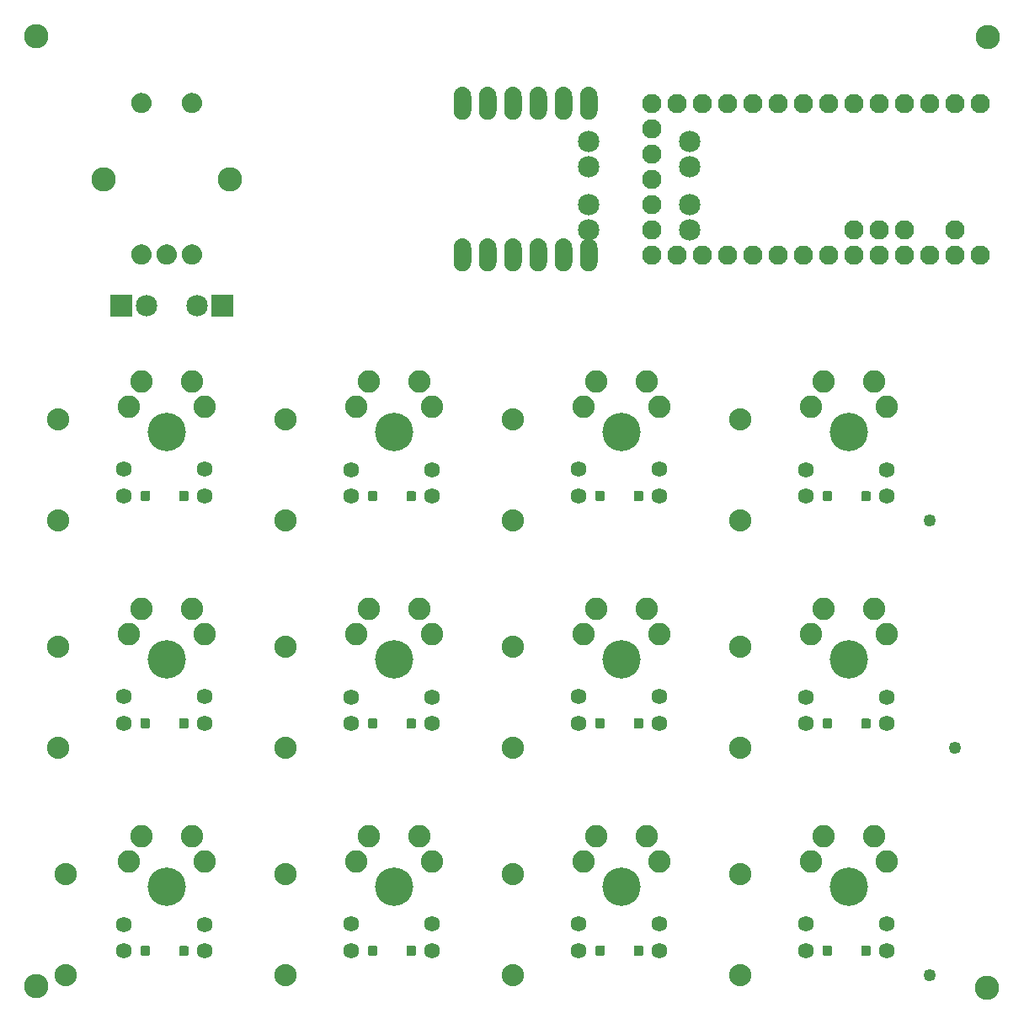
<source format=gts>
G04 MADE WITH FRITZING*
G04 WWW.FRITZING.ORG*
G04 DOUBLE SIDED*
G04 HOLES PLATED*
G04 CONTOUR ON CENTER OF CONTOUR VECTOR*
%ASAXBY*%
%FSLAX23Y23*%
%MOIN*%
%OFA0B0*%
%SFA1.0B1.0*%
%ADD10C,0.096614*%
%ADD11C,0.068759*%
%ADD12C,0.085000*%
%ADD13C,0.088000*%
%ADD14C,0.062361*%
%ADD15C,0.088639*%
%ADD16C,0.076889*%
%ADD17C,0.049370*%
%ADD18C,0.151732*%
%ADD19R,0.085000X0.085000*%
%ADD20R,0.001000X0.001000*%
%LNMASK1*%
G90*
G70*
G54D10*
X3849Y3850D03*
X85Y3851D03*
X85Y93D03*
X3847Y87D03*
G54D11*
X1770Y3586D03*
X1870Y3586D03*
X1970Y3586D03*
X2070Y3586D03*
X2170Y3586D03*
X2270Y3587D03*
X1770Y2986D03*
X1870Y2986D03*
X1970Y2986D03*
X2070Y2986D03*
X2170Y2986D03*
X2270Y2987D03*
G54D12*
X2670Y3087D03*
X2270Y3087D03*
X2670Y3087D03*
X2270Y3087D03*
X2670Y3437D03*
X2270Y3437D03*
X2670Y3437D03*
X2270Y3437D03*
X2670Y3337D03*
X2270Y3337D03*
X2670Y3337D03*
X2270Y3337D03*
X2670Y3187D03*
X2270Y3187D03*
X2670Y3187D03*
X2270Y3187D03*
G54D13*
X200Y537D03*
X200Y137D03*
X200Y537D03*
X200Y137D03*
X200Y537D03*
X200Y137D03*
X1070Y537D03*
X1070Y137D03*
X1070Y537D03*
X1070Y137D03*
X1070Y537D03*
X1070Y137D03*
X1970Y537D03*
X1970Y137D03*
X1970Y537D03*
X1970Y137D03*
X1970Y537D03*
X1970Y137D03*
X2870Y537D03*
X2870Y137D03*
X2870Y537D03*
X2870Y137D03*
X2870Y537D03*
X2870Y137D03*
X2870Y1437D03*
X2870Y1037D03*
X2870Y1437D03*
X2870Y1037D03*
X2870Y1437D03*
X2870Y1037D03*
X1970Y1437D03*
X1970Y1037D03*
X1970Y1437D03*
X1970Y1037D03*
X1970Y1437D03*
X1970Y1037D03*
X1070Y1437D03*
X1070Y1037D03*
X1070Y1437D03*
X1070Y1037D03*
X1070Y1437D03*
X1070Y1037D03*
X170Y1437D03*
X170Y1037D03*
X170Y1437D03*
X170Y1037D03*
X170Y1437D03*
X170Y1037D03*
X2870Y2337D03*
X2870Y1937D03*
X2870Y2337D03*
X2870Y1937D03*
X2870Y2337D03*
X2870Y1937D03*
X1970Y2337D03*
X1970Y1937D03*
X1970Y2337D03*
X1970Y1937D03*
X1970Y2337D03*
X1970Y1937D03*
X1070Y2337D03*
X1070Y1937D03*
X1070Y2337D03*
X1070Y1937D03*
X1070Y2337D03*
X1070Y1937D03*
X170Y2337D03*
X170Y1937D03*
X170Y2337D03*
X170Y1937D03*
X170Y2337D03*
X170Y1937D03*
G54D12*
X820Y2787D03*
X720Y2787D03*
X820Y2787D03*
X720Y2787D03*
X420Y2787D03*
X520Y2787D03*
X420Y2787D03*
X520Y2787D03*
G54D14*
X750Y1238D03*
X431Y1238D03*
X750Y1132D03*
X431Y1132D03*
G54D15*
X450Y1487D03*
X500Y1587D03*
X700Y1587D03*
X750Y1487D03*
G54D14*
X750Y337D03*
X431Y337D03*
X750Y231D03*
X431Y231D03*
G54D15*
X450Y586D03*
X500Y686D03*
X700Y686D03*
X750Y586D03*
G54D14*
X3450Y2137D03*
X3131Y2137D03*
X3450Y2031D03*
X3131Y2031D03*
G54D15*
X3150Y2386D03*
X3200Y2486D03*
X3400Y2486D03*
X3450Y2386D03*
G54D14*
X2550Y2138D03*
X2231Y2138D03*
X2550Y2032D03*
X2231Y2032D03*
G54D15*
X2250Y2387D03*
X2300Y2487D03*
X2500Y2487D03*
X2550Y2387D03*
G54D14*
X1650Y2137D03*
X1331Y2137D03*
X1650Y2031D03*
X1331Y2031D03*
G54D15*
X1350Y2386D03*
X1400Y2486D03*
X1600Y2486D03*
X1650Y2386D03*
G54D14*
X750Y2138D03*
X431Y2138D03*
X750Y2032D03*
X431Y2032D03*
G54D15*
X451Y2387D03*
X500Y2487D03*
X700Y2487D03*
X750Y2387D03*
G54D14*
X3450Y1237D03*
X3131Y1237D03*
X3450Y1131D03*
X3131Y1131D03*
G54D15*
X3150Y1486D03*
X3200Y1586D03*
X3400Y1586D03*
X3450Y1486D03*
G54D14*
X2550Y1238D03*
X2231Y1238D03*
X2550Y1132D03*
X2231Y1132D03*
G54D15*
X2250Y1487D03*
X2300Y1587D03*
X2500Y1587D03*
X2550Y1487D03*
G54D14*
X1650Y1237D03*
X1331Y1237D03*
X1650Y1131D03*
X1331Y1131D03*
G54D15*
X1350Y1486D03*
X1400Y1586D03*
X1600Y1586D03*
X1650Y1486D03*
G54D14*
X1650Y338D03*
X1331Y338D03*
X1650Y232D03*
X1331Y232D03*
G54D15*
X1351Y587D03*
X1401Y687D03*
X1600Y687D03*
X1650Y587D03*
G54D14*
X2550Y338D03*
X2231Y338D03*
X2550Y232D03*
X2231Y232D03*
G54D15*
X2251Y587D03*
X2300Y687D03*
X2500Y687D03*
X2550Y587D03*
G54D14*
X3450Y338D03*
X3131Y338D03*
X3450Y232D03*
X3131Y232D03*
G54D15*
X3150Y587D03*
X3200Y687D03*
X3400Y687D03*
X3450Y587D03*
G54D16*
X2520Y2987D03*
X2620Y2987D03*
X2720Y2987D03*
X2820Y2987D03*
X2920Y2987D03*
X3020Y2987D03*
X3120Y2987D03*
X3220Y2987D03*
X3320Y2987D03*
X3420Y2987D03*
X3520Y2987D03*
X3620Y2987D03*
X3720Y2987D03*
X3820Y2987D03*
X3720Y3087D03*
X3420Y3087D03*
X3520Y3087D03*
X2520Y3587D03*
X2620Y3587D03*
X2720Y3587D03*
X2820Y3587D03*
X2920Y3587D03*
X3020Y3587D03*
X3120Y3587D03*
X3220Y3587D03*
X3320Y3587D03*
X3420Y3587D03*
X3520Y3587D03*
X3620Y3587D03*
X3720Y3587D03*
X3820Y3587D03*
X3320Y3087D03*
X2520Y3387D03*
X2520Y3487D03*
X2520Y3287D03*
X2520Y3087D03*
X2520Y3187D03*
G54D17*
X3620Y1937D03*
X3720Y1037D03*
X3620Y137D03*
G54D18*
X600Y2287D03*
X1500Y2287D03*
X2400Y2287D03*
X3300Y2287D03*
X600Y1387D03*
X1500Y1387D03*
X2400Y1387D03*
X3300Y1387D03*
X600Y487D03*
X1500Y487D03*
X2400Y487D03*
X3300Y487D03*
G54D10*
X350Y3287D03*
X850Y3287D03*
G54D19*
X820Y2787D03*
X820Y2787D03*
X420Y2787D03*
X420Y2787D03*
G54D20*
X1770Y3651D02*
X1771Y3651D01*
X1870Y3651D02*
X1871Y3651D01*
X1970Y3651D02*
X1971Y3651D01*
X2070Y3651D02*
X2071Y3651D01*
X2170Y3651D02*
X2171Y3651D01*
X2269Y3651D02*
X2271Y3651D01*
X1762Y3650D02*
X1778Y3650D01*
X1862Y3650D02*
X1878Y3650D01*
X1962Y3650D02*
X1978Y3650D01*
X2062Y3650D02*
X2078Y3650D01*
X2162Y3650D02*
X2178Y3650D01*
X2262Y3650D02*
X2278Y3650D01*
X1759Y3649D02*
X1781Y3649D01*
X1859Y3649D02*
X1881Y3649D01*
X1959Y3649D02*
X1981Y3649D01*
X2059Y3649D02*
X2081Y3649D01*
X2159Y3649D02*
X2181Y3649D01*
X2259Y3649D02*
X2281Y3649D01*
X1757Y3648D02*
X1784Y3648D01*
X1857Y3648D02*
X1884Y3648D01*
X1957Y3648D02*
X1984Y3648D01*
X2057Y3648D02*
X2084Y3648D01*
X2157Y3648D02*
X2184Y3648D01*
X2256Y3648D02*
X2284Y3648D01*
X1754Y3647D02*
X1786Y3647D01*
X1854Y3647D02*
X1886Y3647D01*
X1954Y3647D02*
X1986Y3647D01*
X2054Y3647D02*
X2086Y3647D01*
X2154Y3647D02*
X2186Y3647D01*
X2254Y3647D02*
X2286Y3647D01*
X1753Y3646D02*
X1787Y3646D01*
X1853Y3646D02*
X1887Y3646D01*
X1953Y3646D02*
X1987Y3646D01*
X2053Y3646D02*
X2087Y3646D01*
X2153Y3646D02*
X2187Y3646D01*
X2253Y3646D02*
X2287Y3646D01*
X1751Y3645D02*
X1789Y3645D01*
X1851Y3645D02*
X1889Y3645D01*
X1951Y3645D02*
X1989Y3645D01*
X2051Y3645D02*
X2089Y3645D01*
X2151Y3645D02*
X2189Y3645D01*
X2251Y3645D02*
X2289Y3645D01*
X1750Y3644D02*
X1791Y3644D01*
X1850Y3644D02*
X1891Y3644D01*
X1950Y3644D02*
X1990Y3644D01*
X2050Y3644D02*
X2091Y3644D01*
X2150Y3644D02*
X2191Y3644D01*
X2250Y3644D02*
X2290Y3644D01*
X1748Y3643D02*
X1792Y3643D01*
X1848Y3643D02*
X1892Y3643D01*
X1948Y3643D02*
X1992Y3643D01*
X2048Y3643D02*
X2092Y3643D01*
X2148Y3643D02*
X2192Y3643D01*
X2248Y3643D02*
X2292Y3643D01*
X1747Y3642D02*
X1793Y3642D01*
X1847Y3642D02*
X1893Y3642D01*
X1947Y3642D02*
X1993Y3642D01*
X2047Y3642D02*
X2093Y3642D01*
X2147Y3642D02*
X2193Y3642D01*
X2247Y3642D02*
X2293Y3642D01*
X1746Y3641D02*
X1794Y3641D01*
X1846Y3641D02*
X1894Y3641D01*
X1946Y3641D02*
X1994Y3641D01*
X2046Y3641D02*
X2094Y3641D01*
X2146Y3641D02*
X2194Y3641D01*
X2246Y3641D02*
X2294Y3641D01*
X1745Y3640D02*
X1795Y3640D01*
X1845Y3640D02*
X1895Y3640D01*
X1945Y3640D02*
X1995Y3640D01*
X2045Y3640D02*
X2095Y3640D01*
X2145Y3640D02*
X2195Y3640D01*
X2245Y3640D02*
X2295Y3640D01*
X1744Y3639D02*
X1796Y3639D01*
X1844Y3639D02*
X1896Y3639D01*
X1944Y3639D02*
X1996Y3639D01*
X2044Y3639D02*
X2096Y3639D01*
X2144Y3639D02*
X2196Y3639D01*
X2244Y3639D02*
X2296Y3639D01*
X1743Y3638D02*
X1797Y3638D01*
X1843Y3638D02*
X1897Y3638D01*
X1943Y3638D02*
X1997Y3638D01*
X2043Y3638D02*
X2097Y3638D01*
X2143Y3638D02*
X2197Y3638D01*
X2243Y3638D02*
X2297Y3638D01*
X1743Y3637D02*
X1797Y3637D01*
X1843Y3637D02*
X1897Y3637D01*
X1943Y3637D02*
X1997Y3637D01*
X2043Y3637D02*
X2097Y3637D01*
X2143Y3637D02*
X2197Y3637D01*
X2243Y3637D02*
X2297Y3637D01*
X1742Y3636D02*
X1798Y3636D01*
X1842Y3636D02*
X1898Y3636D01*
X1942Y3636D02*
X1998Y3636D01*
X2042Y3636D02*
X2098Y3636D01*
X2142Y3636D02*
X2198Y3636D01*
X2242Y3636D02*
X2298Y3636D01*
X1741Y3635D02*
X1799Y3635D01*
X1841Y3635D02*
X1899Y3635D01*
X1941Y3635D02*
X1999Y3635D01*
X2041Y3635D02*
X2099Y3635D01*
X2141Y3635D02*
X2199Y3635D01*
X2241Y3635D02*
X2299Y3635D01*
X1741Y3634D02*
X1799Y3634D01*
X1841Y3634D02*
X1899Y3634D01*
X1941Y3634D02*
X1999Y3634D01*
X2041Y3634D02*
X2099Y3634D01*
X2141Y3634D02*
X2199Y3634D01*
X2241Y3634D02*
X2299Y3634D01*
X1740Y3633D02*
X1800Y3633D01*
X1840Y3633D02*
X1900Y3633D01*
X1940Y3633D02*
X2000Y3633D01*
X2040Y3633D02*
X2100Y3633D01*
X2140Y3633D02*
X2200Y3633D01*
X2240Y3633D02*
X2300Y3633D01*
X1740Y3632D02*
X1801Y3632D01*
X1840Y3632D02*
X1901Y3632D01*
X1940Y3632D02*
X2001Y3632D01*
X2040Y3632D02*
X2101Y3632D01*
X2140Y3632D02*
X2201Y3632D01*
X2239Y3632D02*
X2301Y3632D01*
X1739Y3631D02*
X1801Y3631D01*
X1839Y3631D02*
X1901Y3631D01*
X1939Y3631D02*
X2001Y3631D01*
X2039Y3631D02*
X2101Y3631D01*
X2139Y3631D02*
X2201Y3631D01*
X2239Y3631D02*
X2301Y3631D01*
X1739Y3630D02*
X1802Y3630D01*
X1839Y3630D02*
X1902Y3630D01*
X1939Y3630D02*
X2002Y3630D01*
X2039Y3630D02*
X2102Y3630D01*
X2139Y3630D02*
X2202Y3630D01*
X2239Y3630D02*
X2302Y3630D01*
X1738Y3629D02*
X1802Y3629D01*
X1838Y3629D02*
X1902Y3629D01*
X1938Y3629D02*
X2002Y3629D01*
X2038Y3629D02*
X2102Y3629D01*
X2138Y3629D02*
X2202Y3629D01*
X2238Y3629D02*
X2302Y3629D01*
X1738Y3628D02*
X1802Y3628D01*
X1838Y3628D02*
X1902Y3628D01*
X1938Y3628D02*
X2002Y3628D01*
X2038Y3628D02*
X2102Y3628D01*
X2138Y3628D02*
X2202Y3628D01*
X2238Y3628D02*
X2302Y3628D01*
X495Y3627D02*
X504Y3627D01*
X695Y3627D02*
X704Y3627D01*
X1737Y3627D02*
X1803Y3627D01*
X1837Y3627D02*
X1903Y3627D01*
X1937Y3627D02*
X2003Y3627D01*
X2037Y3627D02*
X2103Y3627D01*
X2137Y3627D02*
X2203Y3627D01*
X2237Y3627D02*
X2303Y3627D01*
X490Y3626D02*
X509Y3626D01*
X690Y3626D02*
X709Y3626D01*
X1737Y3626D02*
X1803Y3626D01*
X1837Y3626D02*
X1903Y3626D01*
X1937Y3626D02*
X2003Y3626D01*
X2037Y3626D02*
X2103Y3626D01*
X2137Y3626D02*
X2203Y3626D01*
X2237Y3626D02*
X2303Y3626D01*
X486Y3625D02*
X513Y3625D01*
X686Y3625D02*
X713Y3625D01*
X1737Y3625D02*
X1803Y3625D01*
X1837Y3625D02*
X1903Y3625D01*
X1937Y3625D02*
X2003Y3625D01*
X2037Y3625D02*
X2103Y3625D01*
X2137Y3625D02*
X2203Y3625D01*
X2237Y3625D02*
X2303Y3625D01*
X484Y3624D02*
X515Y3624D01*
X684Y3624D02*
X715Y3624D01*
X1737Y3624D02*
X1804Y3624D01*
X1837Y3624D02*
X1904Y3624D01*
X1937Y3624D02*
X2004Y3624D01*
X2037Y3624D02*
X2104Y3624D01*
X2137Y3624D02*
X2204Y3624D01*
X2237Y3624D02*
X2304Y3624D01*
X482Y3623D02*
X517Y3623D01*
X682Y3623D02*
X717Y3623D01*
X1736Y3623D02*
X1804Y3623D01*
X1836Y3623D02*
X1904Y3623D01*
X1936Y3623D02*
X2004Y3623D01*
X2036Y3623D02*
X2104Y3623D01*
X2136Y3623D02*
X2204Y3623D01*
X2236Y3623D02*
X2304Y3623D01*
X480Y3622D02*
X519Y3622D01*
X680Y3622D02*
X719Y3622D01*
X1736Y3622D02*
X1804Y3622D01*
X1836Y3622D02*
X1904Y3622D01*
X1936Y3622D02*
X2004Y3622D01*
X2036Y3622D02*
X2104Y3622D01*
X2136Y3622D02*
X2204Y3622D01*
X2236Y3622D02*
X2304Y3622D01*
X478Y3621D02*
X521Y3621D01*
X678Y3621D02*
X721Y3621D01*
X1736Y3621D02*
X1804Y3621D01*
X1836Y3621D02*
X1904Y3621D01*
X1936Y3621D02*
X2004Y3621D01*
X2036Y3621D02*
X2104Y3621D01*
X2136Y3621D02*
X2204Y3621D01*
X2236Y3621D02*
X2304Y3621D01*
X477Y3620D02*
X522Y3620D01*
X677Y3620D02*
X722Y3620D01*
X1736Y3620D02*
X1804Y3620D01*
X1836Y3620D02*
X1904Y3620D01*
X1936Y3620D02*
X2004Y3620D01*
X2036Y3620D02*
X2104Y3620D01*
X2136Y3620D02*
X2204Y3620D01*
X2236Y3620D02*
X2304Y3620D01*
X476Y3619D02*
X524Y3619D01*
X676Y3619D02*
X724Y3619D01*
X1736Y3619D02*
X1804Y3619D01*
X1836Y3619D02*
X1904Y3619D01*
X1936Y3619D02*
X2004Y3619D01*
X2036Y3619D02*
X2104Y3619D01*
X2136Y3619D02*
X2204Y3619D01*
X2236Y3619D02*
X2304Y3619D01*
X474Y3618D02*
X525Y3618D01*
X674Y3618D02*
X725Y3618D01*
X1736Y3618D02*
X1804Y3618D01*
X1836Y3618D02*
X1904Y3618D01*
X1936Y3618D02*
X2004Y3618D01*
X2036Y3618D02*
X2104Y3618D01*
X2136Y3618D02*
X2204Y3618D01*
X2236Y3618D02*
X2304Y3618D01*
X473Y3617D02*
X526Y3617D01*
X673Y3617D02*
X726Y3617D01*
X1736Y3617D02*
X1804Y3617D01*
X1836Y3617D02*
X1904Y3617D01*
X1936Y3617D02*
X2004Y3617D01*
X2036Y3617D02*
X2104Y3617D01*
X2136Y3617D02*
X2204Y3617D01*
X2236Y3617D02*
X2304Y3617D01*
X472Y3616D02*
X527Y3616D01*
X672Y3616D02*
X727Y3616D01*
X1736Y3616D02*
X1805Y3616D01*
X1836Y3616D02*
X1905Y3616D01*
X1936Y3616D02*
X2005Y3616D01*
X2036Y3616D02*
X2105Y3616D01*
X2136Y3616D02*
X2205Y3616D01*
X2236Y3616D02*
X2305Y3616D01*
X471Y3615D02*
X528Y3615D01*
X671Y3615D02*
X728Y3615D01*
X1736Y3615D02*
X1805Y3615D01*
X1836Y3615D02*
X1905Y3615D01*
X1936Y3615D02*
X2005Y3615D01*
X2036Y3615D02*
X2105Y3615D01*
X2136Y3615D02*
X2205Y3615D01*
X2236Y3615D02*
X2305Y3615D01*
X470Y3614D02*
X529Y3614D01*
X670Y3614D02*
X729Y3614D01*
X1736Y3614D02*
X1805Y3614D01*
X1836Y3614D02*
X1905Y3614D01*
X1936Y3614D02*
X2005Y3614D01*
X2036Y3614D02*
X2105Y3614D01*
X2136Y3614D02*
X2205Y3614D01*
X2236Y3614D02*
X2305Y3614D01*
X469Y3613D02*
X530Y3613D01*
X669Y3613D02*
X730Y3613D01*
X1736Y3613D02*
X1805Y3613D01*
X1836Y3613D02*
X1905Y3613D01*
X1936Y3613D02*
X2005Y3613D01*
X2036Y3613D02*
X2105Y3613D01*
X2136Y3613D02*
X2205Y3613D01*
X2236Y3613D02*
X2305Y3613D01*
X469Y3612D02*
X531Y3612D01*
X669Y3612D02*
X731Y3612D01*
X1736Y3612D02*
X1805Y3612D01*
X1836Y3612D02*
X1905Y3612D01*
X1936Y3612D02*
X2005Y3612D01*
X2036Y3612D02*
X2105Y3612D01*
X2136Y3612D02*
X2205Y3612D01*
X2236Y3612D02*
X2305Y3612D01*
X468Y3611D02*
X531Y3611D01*
X668Y3611D02*
X731Y3611D01*
X1736Y3611D02*
X1805Y3611D01*
X1836Y3611D02*
X1905Y3611D01*
X1936Y3611D02*
X2005Y3611D01*
X2036Y3611D02*
X2105Y3611D01*
X2136Y3611D02*
X2205Y3611D01*
X2236Y3611D02*
X2305Y3611D01*
X467Y3610D02*
X532Y3610D01*
X667Y3610D02*
X732Y3610D01*
X1736Y3610D02*
X1805Y3610D01*
X1836Y3610D02*
X1905Y3610D01*
X1936Y3610D02*
X2005Y3610D01*
X2036Y3610D02*
X2105Y3610D01*
X2136Y3610D02*
X2205Y3610D01*
X2236Y3610D02*
X2305Y3610D01*
X467Y3609D02*
X533Y3609D01*
X667Y3609D02*
X733Y3609D01*
X1736Y3609D02*
X1805Y3609D01*
X1836Y3609D02*
X1905Y3609D01*
X1936Y3609D02*
X2005Y3609D01*
X2036Y3609D02*
X2105Y3609D01*
X2136Y3609D02*
X2205Y3609D01*
X2236Y3609D02*
X2305Y3609D01*
X466Y3608D02*
X533Y3608D01*
X666Y3608D02*
X733Y3608D01*
X1736Y3608D02*
X1805Y3608D01*
X1836Y3608D02*
X1905Y3608D01*
X1936Y3608D02*
X2005Y3608D01*
X2036Y3608D02*
X2105Y3608D01*
X2136Y3608D02*
X2205Y3608D01*
X2236Y3608D02*
X2305Y3608D01*
X465Y3607D02*
X534Y3607D01*
X665Y3607D02*
X734Y3607D01*
X1736Y3607D02*
X1805Y3607D01*
X1836Y3607D02*
X1905Y3607D01*
X1936Y3607D02*
X2005Y3607D01*
X2036Y3607D02*
X2105Y3607D01*
X2136Y3607D02*
X2205Y3607D01*
X2236Y3607D02*
X2305Y3607D01*
X465Y3606D02*
X535Y3606D01*
X665Y3606D02*
X735Y3606D01*
X1736Y3606D02*
X1805Y3606D01*
X1836Y3606D02*
X1905Y3606D01*
X1936Y3606D02*
X2005Y3606D01*
X2036Y3606D02*
X2105Y3606D01*
X2136Y3606D02*
X2205Y3606D01*
X2236Y3606D02*
X2305Y3606D01*
X464Y3605D02*
X535Y3605D01*
X664Y3605D02*
X735Y3605D01*
X1736Y3605D02*
X1805Y3605D01*
X1836Y3605D02*
X1905Y3605D01*
X1936Y3605D02*
X2005Y3605D01*
X2036Y3605D02*
X2105Y3605D01*
X2136Y3605D02*
X2205Y3605D01*
X2236Y3605D02*
X2305Y3605D01*
X464Y3604D02*
X536Y3604D01*
X664Y3604D02*
X736Y3604D01*
X1736Y3604D02*
X1805Y3604D01*
X1836Y3604D02*
X1905Y3604D01*
X1936Y3604D02*
X2005Y3604D01*
X2036Y3604D02*
X2105Y3604D01*
X2136Y3604D02*
X2205Y3604D01*
X2236Y3604D02*
X2305Y3604D01*
X463Y3603D02*
X536Y3603D01*
X663Y3603D02*
X736Y3603D01*
X1736Y3603D02*
X1805Y3603D01*
X1836Y3603D02*
X1905Y3603D01*
X1936Y3603D02*
X2005Y3603D01*
X2036Y3603D02*
X2105Y3603D01*
X2136Y3603D02*
X2205Y3603D01*
X2236Y3603D02*
X2305Y3603D01*
X463Y3602D02*
X536Y3602D01*
X663Y3602D02*
X736Y3602D01*
X1736Y3602D02*
X1805Y3602D01*
X1836Y3602D02*
X1905Y3602D01*
X1936Y3602D02*
X2005Y3602D01*
X2036Y3602D02*
X2105Y3602D01*
X2136Y3602D02*
X2205Y3602D01*
X2236Y3602D02*
X2305Y3602D01*
X463Y3601D02*
X537Y3601D01*
X663Y3601D02*
X737Y3601D01*
X1736Y3601D02*
X1769Y3601D01*
X1771Y3601D02*
X1805Y3601D01*
X1836Y3601D02*
X1869Y3601D01*
X1871Y3601D02*
X1905Y3601D01*
X1936Y3601D02*
X1969Y3601D01*
X1971Y3601D02*
X2005Y3601D01*
X2036Y3601D02*
X2069Y3601D01*
X2071Y3601D02*
X2105Y3601D01*
X2136Y3601D02*
X2169Y3601D01*
X2171Y3601D02*
X2205Y3601D01*
X2236Y3601D02*
X2269Y3601D01*
X2271Y3601D02*
X2305Y3601D01*
X462Y3600D02*
X537Y3600D01*
X662Y3600D02*
X737Y3600D01*
X1736Y3600D02*
X1764Y3600D01*
X1776Y3600D02*
X1805Y3600D01*
X1836Y3600D02*
X1864Y3600D01*
X1876Y3600D02*
X1905Y3600D01*
X1936Y3600D02*
X1964Y3600D01*
X1976Y3600D02*
X2005Y3600D01*
X2036Y3600D02*
X2064Y3600D01*
X2076Y3600D02*
X2105Y3600D01*
X2136Y3600D02*
X2164Y3600D01*
X2176Y3600D02*
X2205Y3600D01*
X2236Y3600D02*
X2264Y3600D01*
X2276Y3600D02*
X2305Y3600D01*
X462Y3599D02*
X537Y3599D01*
X662Y3599D02*
X737Y3599D01*
X1736Y3599D02*
X1762Y3599D01*
X1778Y3599D02*
X1805Y3599D01*
X1836Y3599D02*
X1862Y3599D01*
X1878Y3599D02*
X1905Y3599D01*
X1936Y3599D02*
X1962Y3599D01*
X1978Y3599D02*
X2005Y3599D01*
X2036Y3599D02*
X2062Y3599D01*
X2078Y3599D02*
X2105Y3599D01*
X2136Y3599D02*
X2162Y3599D01*
X2178Y3599D02*
X2205Y3599D01*
X2236Y3599D02*
X2262Y3599D01*
X2278Y3599D02*
X2305Y3599D01*
X462Y3598D02*
X538Y3598D01*
X662Y3598D02*
X738Y3598D01*
X1736Y3598D02*
X1761Y3598D01*
X1780Y3598D02*
X1805Y3598D01*
X1836Y3598D02*
X1861Y3598D01*
X1880Y3598D02*
X1905Y3598D01*
X1936Y3598D02*
X1961Y3598D01*
X1980Y3598D02*
X2005Y3598D01*
X2036Y3598D02*
X2061Y3598D01*
X2080Y3598D02*
X2105Y3598D01*
X2136Y3598D02*
X2161Y3598D01*
X2180Y3598D02*
X2205Y3598D01*
X2236Y3598D02*
X2260Y3598D01*
X2280Y3598D02*
X2305Y3598D01*
X461Y3597D02*
X538Y3597D01*
X661Y3597D02*
X738Y3597D01*
X1736Y3597D02*
X1759Y3597D01*
X1781Y3597D02*
X1805Y3597D01*
X1836Y3597D02*
X1859Y3597D01*
X1881Y3597D02*
X1905Y3597D01*
X1936Y3597D02*
X1959Y3597D01*
X1981Y3597D02*
X2005Y3597D01*
X2036Y3597D02*
X2059Y3597D01*
X2081Y3597D02*
X2105Y3597D01*
X2136Y3597D02*
X2159Y3597D01*
X2181Y3597D02*
X2205Y3597D01*
X2236Y3597D02*
X2259Y3597D01*
X2281Y3597D02*
X2305Y3597D01*
X461Y3596D02*
X538Y3596D01*
X661Y3596D02*
X738Y3596D01*
X1736Y3596D02*
X1758Y3596D01*
X1782Y3596D02*
X1805Y3596D01*
X1836Y3596D02*
X1858Y3596D01*
X1882Y3596D02*
X1905Y3596D01*
X1936Y3596D02*
X1958Y3596D01*
X1982Y3596D02*
X2005Y3596D01*
X2036Y3596D02*
X2058Y3596D01*
X2082Y3596D02*
X2105Y3596D01*
X2136Y3596D02*
X2158Y3596D01*
X2182Y3596D02*
X2205Y3596D01*
X2236Y3596D02*
X2258Y3596D01*
X2282Y3596D02*
X2305Y3596D01*
X461Y3595D02*
X538Y3595D01*
X661Y3595D02*
X738Y3595D01*
X1736Y3595D02*
X1758Y3595D01*
X1783Y3595D02*
X1805Y3595D01*
X1836Y3595D02*
X1858Y3595D01*
X1883Y3595D02*
X1905Y3595D01*
X1936Y3595D02*
X1958Y3595D01*
X1983Y3595D02*
X2005Y3595D01*
X2036Y3595D02*
X2058Y3595D01*
X2083Y3595D02*
X2105Y3595D01*
X2136Y3595D02*
X2158Y3595D01*
X2183Y3595D02*
X2205Y3595D01*
X2236Y3595D02*
X2258Y3595D01*
X2283Y3595D02*
X2305Y3595D01*
X461Y3594D02*
X538Y3594D01*
X661Y3594D02*
X738Y3594D01*
X1736Y3594D02*
X1757Y3594D01*
X1783Y3594D02*
X1805Y3594D01*
X1836Y3594D02*
X1857Y3594D01*
X1883Y3594D02*
X1905Y3594D01*
X1936Y3594D02*
X1957Y3594D01*
X1983Y3594D02*
X2005Y3594D01*
X2036Y3594D02*
X2057Y3594D01*
X2083Y3594D02*
X2105Y3594D01*
X2136Y3594D02*
X2157Y3594D01*
X2183Y3594D02*
X2205Y3594D01*
X2236Y3594D02*
X2257Y3594D01*
X2283Y3594D02*
X2305Y3594D01*
X461Y3593D02*
X539Y3593D01*
X661Y3593D02*
X739Y3593D01*
X1736Y3593D02*
X1756Y3593D01*
X1784Y3593D02*
X1805Y3593D01*
X1836Y3593D02*
X1856Y3593D01*
X1884Y3593D02*
X1905Y3593D01*
X1936Y3593D02*
X1956Y3593D01*
X1984Y3593D02*
X2005Y3593D01*
X2036Y3593D02*
X2056Y3593D01*
X2084Y3593D02*
X2105Y3593D01*
X2136Y3593D02*
X2156Y3593D01*
X2184Y3593D02*
X2205Y3593D01*
X2236Y3593D02*
X2256Y3593D01*
X2284Y3593D02*
X2305Y3593D01*
X460Y3592D02*
X539Y3592D01*
X660Y3592D02*
X739Y3592D01*
X1736Y3592D02*
X1756Y3592D01*
X1784Y3592D02*
X1805Y3592D01*
X1836Y3592D02*
X1856Y3592D01*
X1884Y3592D02*
X1905Y3592D01*
X1936Y3592D02*
X1956Y3592D01*
X1984Y3592D02*
X2005Y3592D01*
X2036Y3592D02*
X2056Y3592D01*
X2084Y3592D02*
X2105Y3592D01*
X2136Y3592D02*
X2156Y3592D01*
X2184Y3592D02*
X2205Y3592D01*
X2236Y3592D02*
X2256Y3592D01*
X2284Y3592D02*
X2305Y3592D01*
X460Y3591D02*
X539Y3591D01*
X660Y3591D02*
X739Y3591D01*
X1736Y3591D02*
X1755Y3591D01*
X1785Y3591D02*
X1805Y3591D01*
X1836Y3591D02*
X1855Y3591D01*
X1885Y3591D02*
X1905Y3591D01*
X1936Y3591D02*
X1955Y3591D01*
X1985Y3591D02*
X2005Y3591D01*
X2036Y3591D02*
X2055Y3591D01*
X2085Y3591D02*
X2105Y3591D01*
X2136Y3591D02*
X2155Y3591D01*
X2185Y3591D02*
X2205Y3591D01*
X2236Y3591D02*
X2255Y3591D01*
X2285Y3591D02*
X2305Y3591D01*
X460Y3590D02*
X539Y3590D01*
X660Y3590D02*
X739Y3590D01*
X1736Y3590D02*
X1755Y3590D01*
X1785Y3590D02*
X1805Y3590D01*
X1836Y3590D02*
X1855Y3590D01*
X1885Y3590D02*
X1905Y3590D01*
X1936Y3590D02*
X1955Y3590D01*
X1985Y3590D02*
X2005Y3590D01*
X2036Y3590D02*
X2055Y3590D01*
X2085Y3590D02*
X2105Y3590D01*
X2136Y3590D02*
X2155Y3590D01*
X2185Y3590D02*
X2205Y3590D01*
X2236Y3590D02*
X2255Y3590D01*
X2285Y3590D02*
X2305Y3590D01*
X460Y3589D02*
X539Y3589D01*
X660Y3589D02*
X739Y3589D01*
X1736Y3589D02*
X1755Y3589D01*
X1785Y3589D02*
X1805Y3589D01*
X1836Y3589D02*
X1855Y3589D01*
X1885Y3589D02*
X1905Y3589D01*
X1936Y3589D02*
X1955Y3589D01*
X1985Y3589D02*
X2005Y3589D01*
X2036Y3589D02*
X2055Y3589D01*
X2085Y3589D02*
X2105Y3589D01*
X2136Y3589D02*
X2155Y3589D01*
X2185Y3589D02*
X2205Y3589D01*
X2236Y3589D02*
X2255Y3589D01*
X2285Y3589D02*
X2305Y3589D01*
X460Y3588D02*
X539Y3588D01*
X660Y3588D02*
X739Y3588D01*
X1736Y3588D02*
X1755Y3588D01*
X1785Y3588D02*
X1805Y3588D01*
X1836Y3588D02*
X1855Y3588D01*
X1885Y3588D02*
X1905Y3588D01*
X1936Y3588D02*
X1955Y3588D01*
X1985Y3588D02*
X2005Y3588D01*
X2036Y3588D02*
X2055Y3588D01*
X2085Y3588D02*
X2105Y3588D01*
X2136Y3588D02*
X2155Y3588D01*
X2185Y3588D02*
X2205Y3588D01*
X2236Y3588D02*
X2255Y3588D01*
X2285Y3588D02*
X2305Y3588D01*
X460Y3587D02*
X539Y3587D01*
X660Y3587D02*
X739Y3587D01*
X1736Y3587D02*
X1755Y3587D01*
X1785Y3587D02*
X1805Y3587D01*
X1836Y3587D02*
X1855Y3587D01*
X1885Y3587D02*
X1905Y3587D01*
X1936Y3587D02*
X1955Y3587D01*
X1985Y3587D02*
X2005Y3587D01*
X2036Y3587D02*
X2055Y3587D01*
X2085Y3587D02*
X2105Y3587D01*
X2136Y3587D02*
X2155Y3587D01*
X2185Y3587D02*
X2205Y3587D01*
X2236Y3587D02*
X2255Y3587D01*
X2285Y3587D02*
X2305Y3587D01*
X460Y3586D02*
X539Y3586D01*
X660Y3586D02*
X739Y3586D01*
X1736Y3586D02*
X1755Y3586D01*
X1786Y3586D02*
X1805Y3586D01*
X1836Y3586D02*
X1855Y3586D01*
X1886Y3586D02*
X1905Y3586D01*
X1936Y3586D02*
X1955Y3586D01*
X1986Y3586D02*
X2005Y3586D01*
X2036Y3586D02*
X2055Y3586D01*
X2086Y3586D02*
X2105Y3586D01*
X2136Y3586D02*
X2155Y3586D01*
X2186Y3586D02*
X2205Y3586D01*
X2236Y3586D02*
X2255Y3586D01*
X2286Y3586D02*
X2305Y3586D01*
X460Y3585D02*
X539Y3585D01*
X660Y3585D02*
X739Y3585D01*
X1736Y3585D02*
X1755Y3585D01*
X1785Y3585D02*
X1805Y3585D01*
X1836Y3585D02*
X1855Y3585D01*
X1885Y3585D02*
X1905Y3585D01*
X1936Y3585D02*
X1955Y3585D01*
X1985Y3585D02*
X2005Y3585D01*
X2036Y3585D02*
X2055Y3585D01*
X2085Y3585D02*
X2105Y3585D01*
X2136Y3585D02*
X2155Y3585D01*
X2185Y3585D02*
X2205Y3585D01*
X2236Y3585D02*
X2255Y3585D01*
X2285Y3585D02*
X2305Y3585D01*
X460Y3584D02*
X539Y3584D01*
X660Y3584D02*
X739Y3584D01*
X1736Y3584D02*
X1755Y3584D01*
X1785Y3584D02*
X1805Y3584D01*
X1836Y3584D02*
X1855Y3584D01*
X1885Y3584D02*
X1905Y3584D01*
X1936Y3584D02*
X1955Y3584D01*
X1985Y3584D02*
X2005Y3584D01*
X2036Y3584D02*
X2055Y3584D01*
X2085Y3584D02*
X2105Y3584D01*
X2136Y3584D02*
X2155Y3584D01*
X2185Y3584D02*
X2205Y3584D01*
X2236Y3584D02*
X2255Y3584D01*
X2285Y3584D02*
X2305Y3584D01*
X460Y3583D02*
X539Y3583D01*
X660Y3583D02*
X739Y3583D01*
X1736Y3583D02*
X1755Y3583D01*
X1785Y3583D02*
X1805Y3583D01*
X1836Y3583D02*
X1855Y3583D01*
X1885Y3583D02*
X1905Y3583D01*
X1936Y3583D02*
X1955Y3583D01*
X1985Y3583D02*
X2005Y3583D01*
X2036Y3583D02*
X2055Y3583D01*
X2085Y3583D02*
X2105Y3583D01*
X2136Y3583D02*
X2155Y3583D01*
X2185Y3583D02*
X2205Y3583D01*
X2236Y3583D02*
X2255Y3583D01*
X2285Y3583D02*
X2305Y3583D01*
X461Y3582D02*
X539Y3582D01*
X661Y3582D02*
X739Y3582D01*
X1736Y3582D02*
X1755Y3582D01*
X1785Y3582D02*
X1805Y3582D01*
X1836Y3582D02*
X1855Y3582D01*
X1885Y3582D02*
X1905Y3582D01*
X1936Y3582D02*
X1955Y3582D01*
X1985Y3582D02*
X2005Y3582D01*
X2036Y3582D02*
X2055Y3582D01*
X2085Y3582D02*
X2105Y3582D01*
X2136Y3582D02*
X2155Y3582D01*
X2185Y3582D02*
X2205Y3582D01*
X2236Y3582D02*
X2255Y3582D01*
X2285Y3582D02*
X2305Y3582D01*
X461Y3581D02*
X538Y3581D01*
X661Y3581D02*
X738Y3581D01*
X1736Y3581D02*
X1755Y3581D01*
X1785Y3581D02*
X1805Y3581D01*
X1836Y3581D02*
X1855Y3581D01*
X1885Y3581D02*
X1905Y3581D01*
X1936Y3581D02*
X1955Y3581D01*
X1985Y3581D02*
X2005Y3581D01*
X2036Y3581D02*
X2055Y3581D01*
X2085Y3581D02*
X2105Y3581D01*
X2136Y3581D02*
X2155Y3581D01*
X2185Y3581D02*
X2205Y3581D01*
X2236Y3581D02*
X2255Y3581D01*
X2285Y3581D02*
X2305Y3581D01*
X461Y3580D02*
X538Y3580D01*
X661Y3580D02*
X738Y3580D01*
X1736Y3580D02*
X1756Y3580D01*
X1784Y3580D02*
X1805Y3580D01*
X1836Y3580D02*
X1856Y3580D01*
X1884Y3580D02*
X1905Y3580D01*
X1936Y3580D02*
X1956Y3580D01*
X1984Y3580D02*
X2005Y3580D01*
X2036Y3580D02*
X2056Y3580D01*
X2084Y3580D02*
X2105Y3580D01*
X2136Y3580D02*
X2156Y3580D01*
X2184Y3580D02*
X2205Y3580D01*
X2236Y3580D02*
X2256Y3580D01*
X2284Y3580D02*
X2305Y3580D01*
X461Y3579D02*
X538Y3579D01*
X661Y3579D02*
X738Y3579D01*
X1736Y3579D02*
X1756Y3579D01*
X1784Y3579D02*
X1805Y3579D01*
X1836Y3579D02*
X1856Y3579D01*
X1884Y3579D02*
X1905Y3579D01*
X1936Y3579D02*
X1956Y3579D01*
X1984Y3579D02*
X2005Y3579D01*
X2036Y3579D02*
X2056Y3579D01*
X2084Y3579D02*
X2105Y3579D01*
X2136Y3579D02*
X2156Y3579D01*
X2184Y3579D02*
X2205Y3579D01*
X2236Y3579D02*
X2256Y3579D01*
X2284Y3579D02*
X2305Y3579D01*
X461Y3578D02*
X538Y3578D01*
X661Y3578D02*
X738Y3578D01*
X1736Y3578D02*
X1757Y3578D01*
X1783Y3578D02*
X1805Y3578D01*
X1836Y3578D02*
X1857Y3578D01*
X1883Y3578D02*
X1905Y3578D01*
X1936Y3578D02*
X1957Y3578D01*
X1983Y3578D02*
X2005Y3578D01*
X2036Y3578D02*
X2057Y3578D01*
X2083Y3578D02*
X2105Y3578D01*
X2136Y3578D02*
X2157Y3578D01*
X2183Y3578D02*
X2205Y3578D01*
X2236Y3578D02*
X2257Y3578D01*
X2283Y3578D02*
X2305Y3578D01*
X462Y3577D02*
X538Y3577D01*
X662Y3577D02*
X738Y3577D01*
X1736Y3577D02*
X1758Y3577D01*
X1782Y3577D02*
X1805Y3577D01*
X1836Y3577D02*
X1858Y3577D01*
X1882Y3577D02*
X1905Y3577D01*
X1936Y3577D02*
X1958Y3577D01*
X1982Y3577D02*
X2005Y3577D01*
X2036Y3577D02*
X2058Y3577D01*
X2082Y3577D02*
X2105Y3577D01*
X2136Y3577D02*
X2158Y3577D01*
X2182Y3577D02*
X2205Y3577D01*
X2236Y3577D02*
X2258Y3577D01*
X2282Y3577D02*
X2305Y3577D01*
X462Y3576D02*
X537Y3576D01*
X662Y3576D02*
X737Y3576D01*
X1736Y3576D02*
X1758Y3576D01*
X1782Y3576D02*
X1805Y3576D01*
X1836Y3576D02*
X1858Y3576D01*
X1882Y3576D02*
X1905Y3576D01*
X1936Y3576D02*
X1958Y3576D01*
X1982Y3576D02*
X2005Y3576D01*
X2036Y3576D02*
X2058Y3576D01*
X2082Y3576D02*
X2105Y3576D01*
X2136Y3576D02*
X2158Y3576D01*
X2182Y3576D02*
X2205Y3576D01*
X2236Y3576D02*
X2258Y3576D01*
X2282Y3576D02*
X2305Y3576D01*
X462Y3575D02*
X537Y3575D01*
X662Y3575D02*
X737Y3575D01*
X1736Y3575D02*
X1759Y3575D01*
X1781Y3575D02*
X1805Y3575D01*
X1836Y3575D02*
X1859Y3575D01*
X1881Y3575D02*
X1905Y3575D01*
X1936Y3575D02*
X1959Y3575D01*
X1981Y3575D02*
X2005Y3575D01*
X2036Y3575D02*
X2059Y3575D01*
X2081Y3575D02*
X2105Y3575D01*
X2136Y3575D02*
X2159Y3575D01*
X2181Y3575D02*
X2205Y3575D01*
X2236Y3575D02*
X2259Y3575D01*
X2281Y3575D02*
X2305Y3575D01*
X463Y3574D02*
X537Y3574D01*
X663Y3574D02*
X737Y3574D01*
X1736Y3574D02*
X1761Y3574D01*
X1779Y3574D02*
X1805Y3574D01*
X1836Y3574D02*
X1861Y3574D01*
X1879Y3574D02*
X1905Y3574D01*
X1936Y3574D02*
X1961Y3574D01*
X1979Y3574D02*
X2005Y3574D01*
X2036Y3574D02*
X2061Y3574D01*
X2079Y3574D02*
X2105Y3574D01*
X2136Y3574D02*
X2161Y3574D01*
X2179Y3574D02*
X2205Y3574D01*
X2236Y3574D02*
X2261Y3574D01*
X2279Y3574D02*
X2305Y3574D01*
X463Y3573D02*
X536Y3573D01*
X663Y3573D02*
X736Y3573D01*
X1736Y3573D02*
X1762Y3573D01*
X1778Y3573D02*
X1805Y3573D01*
X1836Y3573D02*
X1862Y3573D01*
X1878Y3573D02*
X1905Y3573D01*
X1936Y3573D02*
X1962Y3573D01*
X1978Y3573D02*
X2005Y3573D01*
X2036Y3573D02*
X2062Y3573D01*
X2078Y3573D02*
X2105Y3573D01*
X2136Y3573D02*
X2162Y3573D01*
X2178Y3573D02*
X2205Y3573D01*
X2236Y3573D02*
X2262Y3573D01*
X2278Y3573D02*
X2305Y3573D01*
X463Y3572D02*
X536Y3572D01*
X663Y3572D02*
X736Y3572D01*
X1736Y3572D02*
X1764Y3572D01*
X1776Y3572D02*
X1805Y3572D01*
X1836Y3572D02*
X1864Y3572D01*
X1876Y3572D02*
X1905Y3572D01*
X1936Y3572D02*
X1964Y3572D01*
X1976Y3572D02*
X2005Y3572D01*
X2036Y3572D02*
X2064Y3572D01*
X2076Y3572D02*
X2105Y3572D01*
X2136Y3572D02*
X2164Y3572D01*
X2176Y3572D02*
X2205Y3572D01*
X2236Y3572D02*
X2264Y3572D01*
X2276Y3572D02*
X2305Y3572D01*
X464Y3571D02*
X536Y3571D01*
X664Y3571D02*
X736Y3571D01*
X1736Y3571D02*
X1805Y3571D01*
X1836Y3571D02*
X1905Y3571D01*
X1936Y3571D02*
X2005Y3571D01*
X2036Y3571D02*
X2105Y3571D01*
X2136Y3571D02*
X2205Y3571D01*
X2236Y3571D02*
X2305Y3571D01*
X464Y3570D02*
X535Y3570D01*
X664Y3570D02*
X735Y3570D01*
X1736Y3570D02*
X1805Y3570D01*
X1836Y3570D02*
X1905Y3570D01*
X1936Y3570D02*
X2005Y3570D01*
X2036Y3570D02*
X2105Y3570D01*
X2136Y3570D02*
X2205Y3570D01*
X2236Y3570D02*
X2305Y3570D01*
X465Y3569D02*
X535Y3569D01*
X665Y3569D02*
X735Y3569D01*
X1736Y3569D02*
X1805Y3569D01*
X1836Y3569D02*
X1905Y3569D01*
X1936Y3569D02*
X2005Y3569D01*
X2036Y3569D02*
X2105Y3569D01*
X2136Y3569D02*
X2205Y3569D01*
X2236Y3569D02*
X2305Y3569D01*
X465Y3568D02*
X534Y3568D01*
X665Y3568D02*
X734Y3568D01*
X1736Y3568D02*
X1805Y3568D01*
X1836Y3568D02*
X1905Y3568D01*
X1936Y3568D02*
X2005Y3568D01*
X2036Y3568D02*
X2105Y3568D01*
X2136Y3568D02*
X2205Y3568D01*
X2236Y3568D02*
X2305Y3568D01*
X466Y3567D02*
X533Y3567D01*
X666Y3567D02*
X733Y3567D01*
X1736Y3567D02*
X1805Y3567D01*
X1836Y3567D02*
X1905Y3567D01*
X1936Y3567D02*
X2005Y3567D01*
X2036Y3567D02*
X2105Y3567D01*
X2136Y3567D02*
X2205Y3567D01*
X2236Y3567D02*
X2305Y3567D01*
X466Y3566D02*
X533Y3566D01*
X666Y3566D02*
X733Y3566D01*
X1736Y3566D02*
X1805Y3566D01*
X1836Y3566D02*
X1905Y3566D01*
X1936Y3566D02*
X2005Y3566D01*
X2036Y3566D02*
X2105Y3566D01*
X2136Y3566D02*
X2205Y3566D01*
X2236Y3566D02*
X2305Y3566D01*
X467Y3565D02*
X532Y3565D01*
X667Y3565D02*
X732Y3565D01*
X1736Y3565D02*
X1805Y3565D01*
X1836Y3565D02*
X1905Y3565D01*
X1936Y3565D02*
X2005Y3565D01*
X2036Y3565D02*
X2105Y3565D01*
X2136Y3565D02*
X2205Y3565D01*
X2236Y3565D02*
X2305Y3565D01*
X468Y3564D02*
X531Y3564D01*
X668Y3564D02*
X731Y3564D01*
X1736Y3564D02*
X1805Y3564D01*
X1836Y3564D02*
X1905Y3564D01*
X1936Y3564D02*
X2005Y3564D01*
X2036Y3564D02*
X2105Y3564D01*
X2136Y3564D02*
X2205Y3564D01*
X2236Y3564D02*
X2305Y3564D01*
X469Y3563D02*
X531Y3563D01*
X669Y3563D02*
X731Y3563D01*
X1736Y3563D02*
X1805Y3563D01*
X1836Y3563D02*
X1905Y3563D01*
X1936Y3563D02*
X2005Y3563D01*
X2036Y3563D02*
X2105Y3563D01*
X2136Y3563D02*
X2205Y3563D01*
X2236Y3563D02*
X2305Y3563D01*
X469Y3562D02*
X530Y3562D01*
X669Y3562D02*
X730Y3562D01*
X1736Y3562D02*
X1805Y3562D01*
X1836Y3562D02*
X1905Y3562D01*
X1936Y3562D02*
X2005Y3562D01*
X2036Y3562D02*
X2105Y3562D01*
X2136Y3562D02*
X2205Y3562D01*
X2236Y3562D02*
X2305Y3562D01*
X470Y3561D02*
X529Y3561D01*
X670Y3561D02*
X729Y3561D01*
X1736Y3561D02*
X1805Y3561D01*
X1836Y3561D02*
X1905Y3561D01*
X1936Y3561D02*
X2005Y3561D01*
X2036Y3561D02*
X2105Y3561D01*
X2136Y3561D02*
X2205Y3561D01*
X2236Y3561D02*
X2305Y3561D01*
X471Y3560D02*
X528Y3560D01*
X671Y3560D02*
X728Y3560D01*
X1736Y3560D02*
X1805Y3560D01*
X1836Y3560D02*
X1905Y3560D01*
X1936Y3560D02*
X2005Y3560D01*
X2036Y3560D02*
X2105Y3560D01*
X2136Y3560D02*
X2205Y3560D01*
X2236Y3560D02*
X2305Y3560D01*
X472Y3559D02*
X527Y3559D01*
X672Y3559D02*
X727Y3559D01*
X1736Y3559D02*
X1805Y3559D01*
X1836Y3559D02*
X1905Y3559D01*
X1936Y3559D02*
X2005Y3559D01*
X2036Y3559D02*
X2105Y3559D01*
X2136Y3559D02*
X2205Y3559D01*
X2236Y3559D02*
X2305Y3559D01*
X473Y3558D02*
X526Y3558D01*
X673Y3558D02*
X726Y3558D01*
X1736Y3558D02*
X1805Y3558D01*
X1836Y3558D02*
X1905Y3558D01*
X1936Y3558D02*
X2005Y3558D01*
X2036Y3558D02*
X2105Y3558D01*
X2136Y3558D02*
X2205Y3558D01*
X2236Y3558D02*
X2305Y3558D01*
X474Y3557D02*
X525Y3557D01*
X674Y3557D02*
X725Y3557D01*
X1736Y3557D02*
X1805Y3557D01*
X1836Y3557D02*
X1905Y3557D01*
X1936Y3557D02*
X2005Y3557D01*
X2036Y3557D02*
X2105Y3557D01*
X2136Y3557D02*
X2205Y3557D01*
X2236Y3557D02*
X2305Y3557D01*
X476Y3556D02*
X524Y3556D01*
X676Y3556D02*
X724Y3556D01*
X1736Y3556D02*
X1805Y3556D01*
X1836Y3556D02*
X1905Y3556D01*
X1936Y3556D02*
X2005Y3556D01*
X2036Y3556D02*
X2105Y3556D01*
X2136Y3556D02*
X2205Y3556D01*
X2236Y3556D02*
X2305Y3556D01*
X477Y3555D02*
X522Y3555D01*
X677Y3555D02*
X722Y3555D01*
X1736Y3555D02*
X1804Y3555D01*
X1836Y3555D02*
X1904Y3555D01*
X1936Y3555D02*
X2004Y3555D01*
X2036Y3555D02*
X2104Y3555D01*
X2136Y3555D02*
X2204Y3555D01*
X2236Y3555D02*
X2304Y3555D01*
X478Y3554D02*
X521Y3554D01*
X678Y3554D02*
X721Y3554D01*
X1736Y3554D02*
X1804Y3554D01*
X1836Y3554D02*
X1904Y3554D01*
X1936Y3554D02*
X2004Y3554D01*
X2036Y3554D02*
X2104Y3554D01*
X2136Y3554D02*
X2204Y3554D01*
X2236Y3554D02*
X2304Y3554D01*
X480Y3553D02*
X519Y3553D01*
X680Y3553D02*
X719Y3553D01*
X1736Y3553D02*
X1804Y3553D01*
X1836Y3553D02*
X1904Y3553D01*
X1936Y3553D02*
X2004Y3553D01*
X2036Y3553D02*
X2104Y3553D01*
X2136Y3553D02*
X2204Y3553D01*
X2236Y3553D02*
X2304Y3553D01*
X482Y3552D02*
X518Y3552D01*
X682Y3552D02*
X718Y3552D01*
X1736Y3552D02*
X1804Y3552D01*
X1836Y3552D02*
X1904Y3552D01*
X1936Y3552D02*
X2004Y3552D01*
X2036Y3552D02*
X2104Y3552D01*
X2136Y3552D02*
X2204Y3552D01*
X2236Y3552D02*
X2304Y3552D01*
X484Y3551D02*
X515Y3551D01*
X684Y3551D02*
X715Y3551D01*
X1736Y3551D02*
X1804Y3551D01*
X1836Y3551D02*
X1904Y3551D01*
X1936Y3551D02*
X2004Y3551D01*
X2036Y3551D02*
X2104Y3551D01*
X2136Y3551D02*
X2204Y3551D01*
X2236Y3551D02*
X2304Y3551D01*
X486Y3550D02*
X513Y3550D01*
X686Y3550D02*
X713Y3550D01*
X1736Y3550D02*
X1804Y3550D01*
X1836Y3550D02*
X1904Y3550D01*
X1936Y3550D02*
X2004Y3550D01*
X2036Y3550D02*
X2104Y3550D01*
X2136Y3550D02*
X2204Y3550D01*
X2236Y3550D02*
X2304Y3550D01*
X489Y3549D02*
X510Y3549D01*
X689Y3549D02*
X710Y3549D01*
X1736Y3549D02*
X1804Y3549D01*
X1836Y3549D02*
X1904Y3549D01*
X1936Y3549D02*
X2004Y3549D01*
X2036Y3549D02*
X2104Y3549D01*
X2136Y3549D02*
X2204Y3549D01*
X2236Y3549D02*
X2304Y3549D01*
X494Y3548D02*
X505Y3548D01*
X694Y3548D02*
X705Y3548D01*
X1737Y3548D02*
X1804Y3548D01*
X1837Y3548D02*
X1904Y3548D01*
X1937Y3548D02*
X2004Y3548D01*
X2037Y3548D02*
X2104Y3548D01*
X2137Y3548D02*
X2204Y3548D01*
X2237Y3548D02*
X2303Y3548D01*
X1737Y3547D02*
X1803Y3547D01*
X1837Y3547D02*
X1903Y3547D01*
X1937Y3547D02*
X2003Y3547D01*
X2037Y3547D02*
X2103Y3547D01*
X2137Y3547D02*
X2203Y3547D01*
X2237Y3547D02*
X2303Y3547D01*
X1737Y3546D02*
X1803Y3546D01*
X1837Y3546D02*
X1903Y3546D01*
X1937Y3546D02*
X2003Y3546D01*
X2037Y3546D02*
X2103Y3546D01*
X2137Y3546D02*
X2203Y3546D01*
X2237Y3546D02*
X2303Y3546D01*
X1737Y3545D02*
X1803Y3545D01*
X1837Y3545D02*
X1903Y3545D01*
X1937Y3545D02*
X2003Y3545D01*
X2037Y3545D02*
X2103Y3545D01*
X2137Y3545D02*
X2203Y3545D01*
X2237Y3545D02*
X2303Y3545D01*
X1738Y3544D02*
X1802Y3544D01*
X1838Y3544D02*
X1902Y3544D01*
X1938Y3544D02*
X2002Y3544D01*
X2038Y3544D02*
X2102Y3544D01*
X2138Y3544D02*
X2202Y3544D01*
X2238Y3544D02*
X2302Y3544D01*
X1738Y3543D02*
X1802Y3543D01*
X1838Y3543D02*
X1902Y3543D01*
X1938Y3543D02*
X2002Y3543D01*
X2038Y3543D02*
X2102Y3543D01*
X2138Y3543D02*
X2202Y3543D01*
X2238Y3543D02*
X2302Y3543D01*
X1739Y3542D02*
X1801Y3542D01*
X1839Y3542D02*
X1901Y3542D01*
X1939Y3542D02*
X2001Y3542D01*
X2039Y3542D02*
X2101Y3542D01*
X2139Y3542D02*
X2201Y3542D01*
X2239Y3542D02*
X2301Y3542D01*
X1739Y3541D02*
X1801Y3541D01*
X1839Y3541D02*
X1901Y3541D01*
X1939Y3541D02*
X2001Y3541D01*
X2039Y3541D02*
X2101Y3541D01*
X2139Y3541D02*
X2201Y3541D01*
X2239Y3541D02*
X2301Y3541D01*
X1740Y3540D02*
X1801Y3540D01*
X1840Y3540D02*
X1901Y3540D01*
X1940Y3540D02*
X2001Y3540D01*
X2040Y3540D02*
X2101Y3540D01*
X2140Y3540D02*
X2201Y3540D01*
X2240Y3540D02*
X2301Y3540D01*
X1740Y3539D02*
X1800Y3539D01*
X1840Y3539D02*
X1900Y3539D01*
X1940Y3539D02*
X2000Y3539D01*
X2040Y3539D02*
X2100Y3539D01*
X2140Y3539D02*
X2200Y3539D01*
X2240Y3539D02*
X2300Y3539D01*
X1741Y3538D02*
X1799Y3538D01*
X1841Y3538D02*
X1899Y3538D01*
X1941Y3538D02*
X1999Y3538D01*
X2041Y3538D02*
X2099Y3538D01*
X2141Y3538D02*
X2199Y3538D01*
X2241Y3538D02*
X2299Y3538D01*
X1741Y3537D02*
X1799Y3537D01*
X1841Y3537D02*
X1899Y3537D01*
X1941Y3537D02*
X1999Y3537D01*
X2041Y3537D02*
X2099Y3537D01*
X2141Y3537D02*
X2199Y3537D01*
X2241Y3537D02*
X2299Y3537D01*
X1742Y3536D02*
X1798Y3536D01*
X1842Y3536D02*
X1898Y3536D01*
X1942Y3536D02*
X1998Y3536D01*
X2042Y3536D02*
X2098Y3536D01*
X2142Y3536D02*
X2198Y3536D01*
X2242Y3536D02*
X2298Y3536D01*
X1743Y3535D02*
X1797Y3535D01*
X1843Y3535D02*
X1897Y3535D01*
X1943Y3535D02*
X1997Y3535D01*
X2043Y3535D02*
X2097Y3535D01*
X2143Y3535D02*
X2197Y3535D01*
X2243Y3535D02*
X2297Y3535D01*
X1743Y3534D02*
X1797Y3534D01*
X1843Y3534D02*
X1897Y3534D01*
X1943Y3534D02*
X1997Y3534D01*
X2043Y3534D02*
X2097Y3534D01*
X2143Y3534D02*
X2197Y3534D01*
X2243Y3534D02*
X2297Y3534D01*
X1744Y3533D02*
X1796Y3533D01*
X1844Y3533D02*
X1896Y3533D01*
X1944Y3533D02*
X1996Y3533D01*
X2044Y3533D02*
X2096Y3533D01*
X2144Y3533D02*
X2196Y3533D01*
X2244Y3533D02*
X2296Y3533D01*
X1745Y3532D02*
X1795Y3532D01*
X1845Y3532D02*
X1895Y3532D01*
X1945Y3532D02*
X1995Y3532D01*
X2045Y3532D02*
X2095Y3532D01*
X2145Y3532D02*
X2195Y3532D01*
X2245Y3532D02*
X2295Y3532D01*
X1746Y3531D02*
X1794Y3531D01*
X1846Y3531D02*
X1894Y3531D01*
X1946Y3531D02*
X1994Y3531D01*
X2046Y3531D02*
X2094Y3531D01*
X2146Y3531D02*
X2194Y3531D01*
X2246Y3531D02*
X2294Y3531D01*
X1747Y3530D02*
X1793Y3530D01*
X1847Y3530D02*
X1893Y3530D01*
X1947Y3530D02*
X1993Y3530D01*
X2047Y3530D02*
X2093Y3530D01*
X2147Y3530D02*
X2193Y3530D01*
X2247Y3530D02*
X2293Y3530D01*
X1748Y3529D02*
X1792Y3529D01*
X1848Y3529D02*
X1892Y3529D01*
X1948Y3529D02*
X1992Y3529D01*
X2048Y3529D02*
X2092Y3529D01*
X2148Y3529D02*
X2192Y3529D01*
X2248Y3529D02*
X2292Y3529D01*
X1750Y3528D02*
X1790Y3528D01*
X1850Y3528D02*
X1890Y3528D01*
X1950Y3528D02*
X1990Y3528D01*
X2050Y3528D02*
X2090Y3528D01*
X2150Y3528D02*
X2190Y3528D01*
X2250Y3528D02*
X2290Y3528D01*
X1751Y3527D02*
X1789Y3527D01*
X1851Y3527D02*
X1889Y3527D01*
X1951Y3527D02*
X1989Y3527D01*
X2051Y3527D02*
X2089Y3527D01*
X2151Y3527D02*
X2189Y3527D01*
X2251Y3527D02*
X2289Y3527D01*
X1753Y3526D02*
X1787Y3526D01*
X1853Y3526D02*
X1887Y3526D01*
X1953Y3526D02*
X1987Y3526D01*
X2053Y3526D02*
X2087Y3526D01*
X2153Y3526D02*
X2187Y3526D01*
X2253Y3526D02*
X2287Y3526D01*
X1755Y3525D02*
X1785Y3525D01*
X1855Y3525D02*
X1885Y3525D01*
X1955Y3525D02*
X1985Y3525D01*
X2055Y3525D02*
X2085Y3525D01*
X2155Y3525D02*
X2185Y3525D01*
X2255Y3525D02*
X2285Y3525D01*
X1757Y3524D02*
X1783Y3524D01*
X1857Y3524D02*
X1883Y3524D01*
X1957Y3524D02*
X1983Y3524D01*
X2057Y3524D02*
X2083Y3524D01*
X2157Y3524D02*
X2183Y3524D01*
X2257Y3524D02*
X2283Y3524D01*
X1759Y3523D02*
X1781Y3523D01*
X1859Y3523D02*
X1881Y3523D01*
X1959Y3523D02*
X1981Y3523D01*
X2059Y3523D02*
X2081Y3523D01*
X2159Y3523D02*
X2181Y3523D01*
X2259Y3523D02*
X2281Y3523D01*
X1763Y3522D02*
X1777Y3522D01*
X1863Y3522D02*
X1877Y3522D01*
X1963Y3522D02*
X1977Y3522D01*
X2063Y3522D02*
X2077Y3522D01*
X2163Y3522D02*
X2177Y3522D01*
X2263Y3522D02*
X2277Y3522D01*
X1770Y3051D02*
X1771Y3051D01*
X1870Y3051D02*
X1871Y3051D01*
X1970Y3051D02*
X1971Y3051D01*
X2070Y3051D02*
X2071Y3051D01*
X2170Y3051D02*
X2171Y3051D01*
X2269Y3051D02*
X2271Y3051D01*
X1762Y3050D02*
X1778Y3050D01*
X1862Y3050D02*
X1878Y3050D01*
X1962Y3050D02*
X1978Y3050D01*
X2062Y3050D02*
X2078Y3050D01*
X2162Y3050D02*
X2178Y3050D01*
X2262Y3050D02*
X2278Y3050D01*
X1759Y3049D02*
X1781Y3049D01*
X1859Y3049D02*
X1881Y3049D01*
X1959Y3049D02*
X1981Y3049D01*
X2059Y3049D02*
X2081Y3049D01*
X2159Y3049D02*
X2181Y3049D01*
X2259Y3049D02*
X2281Y3049D01*
X1757Y3048D02*
X1784Y3048D01*
X1857Y3048D02*
X1884Y3048D01*
X1957Y3048D02*
X1984Y3048D01*
X2057Y3048D02*
X2084Y3048D01*
X2157Y3048D02*
X2184Y3048D01*
X2256Y3048D02*
X2284Y3048D01*
X1754Y3047D02*
X1786Y3047D01*
X1854Y3047D02*
X1886Y3047D01*
X1954Y3047D02*
X1986Y3047D01*
X2054Y3047D02*
X2086Y3047D01*
X2154Y3047D02*
X2186Y3047D01*
X2254Y3047D02*
X2286Y3047D01*
X1753Y3046D02*
X1787Y3046D01*
X1853Y3046D02*
X1887Y3046D01*
X1953Y3046D02*
X1987Y3046D01*
X2053Y3046D02*
X2087Y3046D01*
X2153Y3046D02*
X2187Y3046D01*
X2253Y3046D02*
X2287Y3046D01*
X1751Y3045D02*
X1789Y3045D01*
X1851Y3045D02*
X1889Y3045D01*
X1951Y3045D02*
X1989Y3045D01*
X2051Y3045D02*
X2089Y3045D01*
X2151Y3045D02*
X2189Y3045D01*
X2251Y3045D02*
X2289Y3045D01*
X1750Y3044D02*
X1791Y3044D01*
X1850Y3044D02*
X1891Y3044D01*
X1950Y3044D02*
X1990Y3044D01*
X2050Y3044D02*
X2091Y3044D01*
X2150Y3044D02*
X2191Y3044D01*
X2250Y3044D02*
X2290Y3044D01*
X1748Y3043D02*
X1792Y3043D01*
X1848Y3043D02*
X1892Y3043D01*
X1948Y3043D02*
X1992Y3043D01*
X2048Y3043D02*
X2092Y3043D01*
X2148Y3043D02*
X2192Y3043D01*
X2248Y3043D02*
X2292Y3043D01*
X1747Y3042D02*
X1793Y3042D01*
X1847Y3042D02*
X1893Y3042D01*
X1947Y3042D02*
X1993Y3042D01*
X2047Y3042D02*
X2093Y3042D01*
X2147Y3042D02*
X2193Y3042D01*
X2247Y3042D02*
X2293Y3042D01*
X1746Y3041D02*
X1794Y3041D01*
X1846Y3041D02*
X1894Y3041D01*
X1946Y3041D02*
X1994Y3041D01*
X2046Y3041D02*
X2094Y3041D01*
X2146Y3041D02*
X2194Y3041D01*
X2246Y3041D02*
X2294Y3041D01*
X1745Y3040D02*
X1795Y3040D01*
X1845Y3040D02*
X1895Y3040D01*
X1945Y3040D02*
X1995Y3040D01*
X2045Y3040D02*
X2095Y3040D01*
X2145Y3040D02*
X2195Y3040D01*
X2245Y3040D02*
X2295Y3040D01*
X1744Y3039D02*
X1796Y3039D01*
X1844Y3039D02*
X1896Y3039D01*
X1944Y3039D02*
X1996Y3039D01*
X2044Y3039D02*
X2096Y3039D01*
X2144Y3039D02*
X2196Y3039D01*
X2244Y3039D02*
X2296Y3039D01*
X1743Y3038D02*
X1797Y3038D01*
X1843Y3038D02*
X1897Y3038D01*
X1943Y3038D02*
X1997Y3038D01*
X2043Y3038D02*
X2097Y3038D01*
X2143Y3038D02*
X2197Y3038D01*
X2243Y3038D02*
X2297Y3038D01*
X1743Y3037D02*
X1797Y3037D01*
X1843Y3037D02*
X1897Y3037D01*
X1943Y3037D02*
X1997Y3037D01*
X2043Y3037D02*
X2097Y3037D01*
X2143Y3037D02*
X2197Y3037D01*
X2243Y3037D02*
X2297Y3037D01*
X1742Y3036D02*
X1798Y3036D01*
X1842Y3036D02*
X1898Y3036D01*
X1942Y3036D02*
X1998Y3036D01*
X2042Y3036D02*
X2098Y3036D01*
X2142Y3036D02*
X2198Y3036D01*
X2242Y3036D02*
X2298Y3036D01*
X1741Y3035D02*
X1799Y3035D01*
X1841Y3035D02*
X1899Y3035D01*
X1941Y3035D02*
X1999Y3035D01*
X2041Y3035D02*
X2099Y3035D01*
X2141Y3035D02*
X2199Y3035D01*
X2241Y3035D02*
X2299Y3035D01*
X1741Y3034D02*
X1799Y3034D01*
X1841Y3034D02*
X1899Y3034D01*
X1941Y3034D02*
X1999Y3034D01*
X2041Y3034D02*
X2099Y3034D01*
X2141Y3034D02*
X2199Y3034D01*
X2241Y3034D02*
X2299Y3034D01*
X1740Y3033D02*
X1800Y3033D01*
X1840Y3033D02*
X1900Y3033D01*
X1940Y3033D02*
X2000Y3033D01*
X2040Y3033D02*
X2100Y3033D01*
X2140Y3033D02*
X2200Y3033D01*
X2240Y3033D02*
X2300Y3033D01*
X1740Y3032D02*
X1801Y3032D01*
X1840Y3032D02*
X1901Y3032D01*
X1940Y3032D02*
X2001Y3032D01*
X2040Y3032D02*
X2101Y3032D01*
X2140Y3032D02*
X2201Y3032D01*
X2239Y3032D02*
X2301Y3032D01*
X1739Y3031D02*
X1801Y3031D01*
X1839Y3031D02*
X1901Y3031D01*
X1939Y3031D02*
X2001Y3031D01*
X2039Y3031D02*
X2101Y3031D01*
X2139Y3031D02*
X2201Y3031D01*
X2239Y3031D02*
X2301Y3031D01*
X1739Y3030D02*
X1802Y3030D01*
X1839Y3030D02*
X1902Y3030D01*
X1939Y3030D02*
X2002Y3030D01*
X2039Y3030D02*
X2102Y3030D01*
X2139Y3030D02*
X2202Y3030D01*
X2239Y3030D02*
X2302Y3030D01*
X1738Y3029D02*
X1802Y3029D01*
X1838Y3029D02*
X1902Y3029D01*
X1938Y3029D02*
X2002Y3029D01*
X2038Y3029D02*
X2102Y3029D01*
X2138Y3029D02*
X2202Y3029D01*
X2238Y3029D02*
X2302Y3029D01*
X1738Y3028D02*
X1802Y3028D01*
X1838Y3028D02*
X1902Y3028D01*
X1938Y3028D02*
X2002Y3028D01*
X2038Y3028D02*
X2102Y3028D01*
X2138Y3028D02*
X2202Y3028D01*
X2238Y3028D02*
X2302Y3028D01*
X494Y3027D02*
X505Y3027D01*
X594Y3027D02*
X605Y3027D01*
X694Y3027D02*
X705Y3027D01*
X1737Y3027D02*
X1803Y3027D01*
X1837Y3027D02*
X1903Y3027D01*
X1937Y3027D02*
X2003Y3027D01*
X2037Y3027D02*
X2103Y3027D01*
X2137Y3027D02*
X2203Y3027D01*
X2237Y3027D02*
X2303Y3027D01*
X490Y3026D02*
X510Y3026D01*
X590Y3026D02*
X610Y3026D01*
X690Y3026D02*
X710Y3026D01*
X1737Y3026D02*
X1803Y3026D01*
X1837Y3026D02*
X1903Y3026D01*
X1937Y3026D02*
X2003Y3026D01*
X2037Y3026D02*
X2103Y3026D01*
X2137Y3026D02*
X2203Y3026D01*
X2237Y3026D02*
X2303Y3026D01*
X486Y3025D02*
X513Y3025D01*
X586Y3025D02*
X613Y3025D01*
X686Y3025D02*
X713Y3025D01*
X1737Y3025D02*
X1803Y3025D01*
X1837Y3025D02*
X1903Y3025D01*
X1937Y3025D02*
X2003Y3025D01*
X2037Y3025D02*
X2103Y3025D01*
X2137Y3025D02*
X2203Y3025D01*
X2237Y3025D02*
X2303Y3025D01*
X484Y3024D02*
X515Y3024D01*
X584Y3024D02*
X615Y3024D01*
X684Y3024D02*
X715Y3024D01*
X1737Y3024D02*
X1804Y3024D01*
X1837Y3024D02*
X1904Y3024D01*
X1937Y3024D02*
X2004Y3024D01*
X2037Y3024D02*
X2104Y3024D01*
X2137Y3024D02*
X2204Y3024D01*
X2237Y3024D02*
X2304Y3024D01*
X482Y3023D02*
X517Y3023D01*
X582Y3023D02*
X617Y3023D01*
X682Y3023D02*
X717Y3023D01*
X1736Y3023D02*
X1804Y3023D01*
X1836Y3023D02*
X1904Y3023D01*
X1936Y3023D02*
X2004Y3023D01*
X2036Y3023D02*
X2104Y3023D01*
X2136Y3023D02*
X2204Y3023D01*
X2236Y3023D02*
X2304Y3023D01*
X480Y3022D02*
X519Y3022D01*
X580Y3022D02*
X619Y3022D01*
X680Y3022D02*
X719Y3022D01*
X1736Y3022D02*
X1804Y3022D01*
X1836Y3022D02*
X1904Y3022D01*
X1936Y3022D02*
X2004Y3022D01*
X2036Y3022D02*
X2104Y3022D01*
X2136Y3022D02*
X2204Y3022D01*
X2236Y3022D02*
X2304Y3022D01*
X478Y3021D02*
X521Y3021D01*
X578Y3021D02*
X621Y3021D01*
X678Y3021D02*
X721Y3021D01*
X1736Y3021D02*
X1804Y3021D01*
X1836Y3021D02*
X1904Y3021D01*
X1936Y3021D02*
X2004Y3021D01*
X2036Y3021D02*
X2104Y3021D01*
X2136Y3021D02*
X2204Y3021D01*
X2236Y3021D02*
X2304Y3021D01*
X477Y3020D02*
X522Y3020D01*
X577Y3020D02*
X622Y3020D01*
X677Y3020D02*
X722Y3020D01*
X1736Y3020D02*
X1804Y3020D01*
X1836Y3020D02*
X1904Y3020D01*
X1936Y3020D02*
X2004Y3020D01*
X2036Y3020D02*
X2104Y3020D01*
X2136Y3020D02*
X2204Y3020D01*
X2236Y3020D02*
X2304Y3020D01*
X476Y3019D02*
X524Y3019D01*
X576Y3019D02*
X624Y3019D01*
X676Y3019D02*
X724Y3019D01*
X1736Y3019D02*
X1804Y3019D01*
X1836Y3019D02*
X1904Y3019D01*
X1936Y3019D02*
X2004Y3019D01*
X2036Y3019D02*
X2104Y3019D01*
X2136Y3019D02*
X2204Y3019D01*
X2236Y3019D02*
X2304Y3019D01*
X474Y3018D02*
X525Y3018D01*
X574Y3018D02*
X625Y3018D01*
X674Y3018D02*
X725Y3018D01*
X1736Y3018D02*
X1804Y3018D01*
X1836Y3018D02*
X1904Y3018D01*
X1936Y3018D02*
X2004Y3018D01*
X2036Y3018D02*
X2104Y3018D01*
X2136Y3018D02*
X2204Y3018D01*
X2236Y3018D02*
X2304Y3018D01*
X473Y3017D02*
X526Y3017D01*
X573Y3017D02*
X626Y3017D01*
X673Y3017D02*
X726Y3017D01*
X1736Y3017D02*
X1804Y3017D01*
X1836Y3017D02*
X1904Y3017D01*
X1936Y3017D02*
X2004Y3017D01*
X2036Y3017D02*
X2104Y3017D01*
X2136Y3017D02*
X2204Y3017D01*
X2236Y3017D02*
X2304Y3017D01*
X472Y3016D02*
X527Y3016D01*
X572Y3016D02*
X627Y3016D01*
X672Y3016D02*
X727Y3016D01*
X1736Y3016D02*
X1805Y3016D01*
X1836Y3016D02*
X1905Y3016D01*
X1936Y3016D02*
X2005Y3016D01*
X2036Y3016D02*
X2105Y3016D01*
X2136Y3016D02*
X2205Y3016D01*
X2236Y3016D02*
X2305Y3016D01*
X471Y3015D02*
X528Y3015D01*
X571Y3015D02*
X628Y3015D01*
X671Y3015D02*
X728Y3015D01*
X1736Y3015D02*
X1805Y3015D01*
X1836Y3015D02*
X1905Y3015D01*
X1936Y3015D02*
X2005Y3015D01*
X2036Y3015D02*
X2105Y3015D01*
X2136Y3015D02*
X2205Y3015D01*
X2236Y3015D02*
X2305Y3015D01*
X470Y3014D02*
X529Y3014D01*
X570Y3014D02*
X629Y3014D01*
X670Y3014D02*
X729Y3014D01*
X1736Y3014D02*
X1805Y3014D01*
X1836Y3014D02*
X1905Y3014D01*
X1936Y3014D02*
X2005Y3014D01*
X2036Y3014D02*
X2105Y3014D01*
X2136Y3014D02*
X2205Y3014D01*
X2236Y3014D02*
X2305Y3014D01*
X469Y3013D02*
X530Y3013D01*
X569Y3013D02*
X630Y3013D01*
X669Y3013D02*
X730Y3013D01*
X1736Y3013D02*
X1805Y3013D01*
X1836Y3013D02*
X1905Y3013D01*
X1936Y3013D02*
X2005Y3013D01*
X2036Y3013D02*
X2105Y3013D01*
X2136Y3013D02*
X2205Y3013D01*
X2236Y3013D02*
X2305Y3013D01*
X469Y3012D02*
X531Y3012D01*
X569Y3012D02*
X631Y3012D01*
X669Y3012D02*
X731Y3012D01*
X1736Y3012D02*
X1805Y3012D01*
X1836Y3012D02*
X1905Y3012D01*
X1936Y3012D02*
X2005Y3012D01*
X2036Y3012D02*
X2105Y3012D01*
X2136Y3012D02*
X2205Y3012D01*
X2236Y3012D02*
X2305Y3012D01*
X468Y3011D02*
X531Y3011D01*
X568Y3011D02*
X631Y3011D01*
X668Y3011D02*
X731Y3011D01*
X1736Y3011D02*
X1805Y3011D01*
X1836Y3011D02*
X1905Y3011D01*
X1936Y3011D02*
X2005Y3011D01*
X2036Y3011D02*
X2105Y3011D01*
X2136Y3011D02*
X2205Y3011D01*
X2236Y3011D02*
X2305Y3011D01*
X467Y3010D02*
X532Y3010D01*
X567Y3010D02*
X632Y3010D01*
X667Y3010D02*
X732Y3010D01*
X1736Y3010D02*
X1805Y3010D01*
X1836Y3010D02*
X1905Y3010D01*
X1936Y3010D02*
X2005Y3010D01*
X2036Y3010D02*
X2105Y3010D01*
X2136Y3010D02*
X2205Y3010D01*
X2236Y3010D02*
X2305Y3010D01*
X467Y3009D02*
X533Y3009D01*
X567Y3009D02*
X633Y3009D01*
X667Y3009D02*
X733Y3009D01*
X1736Y3009D02*
X1805Y3009D01*
X1836Y3009D02*
X1905Y3009D01*
X1936Y3009D02*
X2005Y3009D01*
X2036Y3009D02*
X2105Y3009D01*
X2136Y3009D02*
X2205Y3009D01*
X2236Y3009D02*
X2305Y3009D01*
X466Y3008D02*
X533Y3008D01*
X566Y3008D02*
X633Y3008D01*
X666Y3008D02*
X733Y3008D01*
X1736Y3008D02*
X1805Y3008D01*
X1836Y3008D02*
X1905Y3008D01*
X1936Y3008D02*
X2005Y3008D01*
X2036Y3008D02*
X2105Y3008D01*
X2136Y3008D02*
X2205Y3008D01*
X2236Y3008D02*
X2305Y3008D01*
X465Y3007D02*
X534Y3007D01*
X565Y3007D02*
X634Y3007D01*
X665Y3007D02*
X734Y3007D01*
X1736Y3007D02*
X1805Y3007D01*
X1836Y3007D02*
X1905Y3007D01*
X1936Y3007D02*
X2005Y3007D01*
X2036Y3007D02*
X2105Y3007D01*
X2136Y3007D02*
X2205Y3007D01*
X2236Y3007D02*
X2305Y3007D01*
X465Y3006D02*
X535Y3006D01*
X565Y3006D02*
X635Y3006D01*
X665Y3006D02*
X735Y3006D01*
X1736Y3006D02*
X1805Y3006D01*
X1836Y3006D02*
X1905Y3006D01*
X1936Y3006D02*
X2005Y3006D01*
X2036Y3006D02*
X2105Y3006D01*
X2136Y3006D02*
X2205Y3006D01*
X2236Y3006D02*
X2305Y3006D01*
X464Y3005D02*
X535Y3005D01*
X564Y3005D02*
X635Y3005D01*
X664Y3005D02*
X735Y3005D01*
X1736Y3005D02*
X1805Y3005D01*
X1836Y3005D02*
X1905Y3005D01*
X1936Y3005D02*
X2005Y3005D01*
X2036Y3005D02*
X2105Y3005D01*
X2136Y3005D02*
X2205Y3005D01*
X2236Y3005D02*
X2305Y3005D01*
X464Y3004D02*
X536Y3004D01*
X564Y3004D02*
X636Y3004D01*
X664Y3004D02*
X736Y3004D01*
X1736Y3004D02*
X1805Y3004D01*
X1836Y3004D02*
X1905Y3004D01*
X1936Y3004D02*
X2005Y3004D01*
X2036Y3004D02*
X2105Y3004D01*
X2136Y3004D02*
X2205Y3004D01*
X2236Y3004D02*
X2305Y3004D01*
X463Y3003D02*
X536Y3003D01*
X563Y3003D02*
X636Y3003D01*
X663Y3003D02*
X736Y3003D01*
X1736Y3003D02*
X1805Y3003D01*
X1836Y3003D02*
X1905Y3003D01*
X1936Y3003D02*
X2005Y3003D01*
X2036Y3003D02*
X2105Y3003D01*
X2136Y3003D02*
X2205Y3003D01*
X2236Y3003D02*
X2305Y3003D01*
X463Y3002D02*
X536Y3002D01*
X563Y3002D02*
X636Y3002D01*
X663Y3002D02*
X736Y3002D01*
X1736Y3002D02*
X1805Y3002D01*
X1836Y3002D02*
X1905Y3002D01*
X1936Y3002D02*
X2005Y3002D01*
X2036Y3002D02*
X2105Y3002D01*
X2136Y3002D02*
X2205Y3002D01*
X2236Y3002D02*
X2305Y3002D01*
X463Y3001D02*
X537Y3001D01*
X563Y3001D02*
X637Y3001D01*
X663Y3001D02*
X737Y3001D01*
X1736Y3001D02*
X1769Y3001D01*
X1771Y3001D02*
X1805Y3001D01*
X1836Y3001D02*
X1869Y3001D01*
X1871Y3001D02*
X1905Y3001D01*
X1936Y3001D02*
X1969Y3001D01*
X1971Y3001D02*
X2005Y3001D01*
X2036Y3001D02*
X2069Y3001D01*
X2071Y3001D02*
X2105Y3001D01*
X2136Y3001D02*
X2169Y3001D01*
X2171Y3001D02*
X2205Y3001D01*
X2236Y3001D02*
X2269Y3001D01*
X2271Y3001D02*
X2305Y3001D01*
X462Y3000D02*
X537Y3000D01*
X562Y3000D02*
X637Y3000D01*
X662Y3000D02*
X737Y3000D01*
X1736Y3000D02*
X1764Y3000D01*
X1776Y3000D02*
X1805Y3000D01*
X1836Y3000D02*
X1864Y3000D01*
X1876Y3000D02*
X1905Y3000D01*
X1936Y3000D02*
X1964Y3000D01*
X1976Y3000D02*
X2005Y3000D01*
X2036Y3000D02*
X2064Y3000D01*
X2076Y3000D02*
X2105Y3000D01*
X2136Y3000D02*
X2164Y3000D01*
X2176Y3000D02*
X2205Y3000D01*
X2236Y3000D02*
X2264Y3000D01*
X2276Y3000D02*
X2305Y3000D01*
X462Y2999D02*
X537Y2999D01*
X562Y2999D02*
X637Y2999D01*
X662Y2999D02*
X737Y2999D01*
X1736Y2999D02*
X1762Y2999D01*
X1778Y2999D02*
X1805Y2999D01*
X1836Y2999D02*
X1862Y2999D01*
X1878Y2999D02*
X1905Y2999D01*
X1936Y2999D02*
X1962Y2999D01*
X1978Y2999D02*
X2005Y2999D01*
X2036Y2999D02*
X2062Y2999D01*
X2078Y2999D02*
X2105Y2999D01*
X2136Y2999D02*
X2162Y2999D01*
X2178Y2999D02*
X2205Y2999D01*
X2236Y2999D02*
X2262Y2999D01*
X2278Y2999D02*
X2305Y2999D01*
X462Y2998D02*
X538Y2998D01*
X562Y2998D02*
X638Y2998D01*
X662Y2998D02*
X738Y2998D01*
X1736Y2998D02*
X1761Y2998D01*
X1780Y2998D02*
X1805Y2998D01*
X1836Y2998D02*
X1861Y2998D01*
X1880Y2998D02*
X1905Y2998D01*
X1936Y2998D02*
X1961Y2998D01*
X1980Y2998D02*
X2005Y2998D01*
X2036Y2998D02*
X2061Y2998D01*
X2080Y2998D02*
X2105Y2998D01*
X2136Y2998D02*
X2161Y2998D01*
X2180Y2998D02*
X2205Y2998D01*
X2236Y2998D02*
X2260Y2998D01*
X2280Y2998D02*
X2305Y2998D01*
X461Y2997D02*
X538Y2997D01*
X561Y2997D02*
X638Y2997D01*
X661Y2997D02*
X738Y2997D01*
X1736Y2997D02*
X1759Y2997D01*
X1781Y2997D02*
X1805Y2997D01*
X1836Y2997D02*
X1859Y2997D01*
X1881Y2997D02*
X1905Y2997D01*
X1936Y2997D02*
X1959Y2997D01*
X1981Y2997D02*
X2005Y2997D01*
X2036Y2997D02*
X2059Y2997D01*
X2081Y2997D02*
X2105Y2997D01*
X2136Y2997D02*
X2159Y2997D01*
X2181Y2997D02*
X2205Y2997D01*
X2236Y2997D02*
X2259Y2997D01*
X2281Y2997D02*
X2305Y2997D01*
X461Y2996D02*
X538Y2996D01*
X561Y2996D02*
X638Y2996D01*
X661Y2996D02*
X738Y2996D01*
X1736Y2996D02*
X1758Y2996D01*
X1782Y2996D02*
X1805Y2996D01*
X1836Y2996D02*
X1858Y2996D01*
X1882Y2996D02*
X1905Y2996D01*
X1936Y2996D02*
X1958Y2996D01*
X1982Y2996D02*
X2005Y2996D01*
X2036Y2996D02*
X2058Y2996D01*
X2082Y2996D02*
X2105Y2996D01*
X2136Y2996D02*
X2158Y2996D01*
X2182Y2996D02*
X2205Y2996D01*
X2236Y2996D02*
X2258Y2996D01*
X2282Y2996D02*
X2305Y2996D01*
X461Y2995D02*
X538Y2995D01*
X561Y2995D02*
X638Y2995D01*
X661Y2995D02*
X738Y2995D01*
X1736Y2995D02*
X1758Y2995D01*
X1783Y2995D02*
X1805Y2995D01*
X1836Y2995D02*
X1858Y2995D01*
X1883Y2995D02*
X1905Y2995D01*
X1936Y2995D02*
X1958Y2995D01*
X1983Y2995D02*
X2005Y2995D01*
X2036Y2995D02*
X2058Y2995D01*
X2083Y2995D02*
X2105Y2995D01*
X2136Y2995D02*
X2158Y2995D01*
X2183Y2995D02*
X2205Y2995D01*
X2236Y2995D02*
X2258Y2995D01*
X2283Y2995D02*
X2305Y2995D01*
X461Y2994D02*
X538Y2994D01*
X561Y2994D02*
X638Y2994D01*
X661Y2994D02*
X738Y2994D01*
X1736Y2994D02*
X1757Y2994D01*
X1783Y2994D02*
X1805Y2994D01*
X1836Y2994D02*
X1857Y2994D01*
X1883Y2994D02*
X1905Y2994D01*
X1936Y2994D02*
X1957Y2994D01*
X1983Y2994D02*
X2005Y2994D01*
X2036Y2994D02*
X2057Y2994D01*
X2083Y2994D02*
X2105Y2994D01*
X2136Y2994D02*
X2157Y2994D01*
X2183Y2994D02*
X2205Y2994D01*
X2236Y2994D02*
X2257Y2994D01*
X2283Y2994D02*
X2305Y2994D01*
X461Y2993D02*
X539Y2993D01*
X561Y2993D02*
X639Y2993D01*
X661Y2993D02*
X739Y2993D01*
X1736Y2993D02*
X1756Y2993D01*
X1784Y2993D02*
X1805Y2993D01*
X1836Y2993D02*
X1856Y2993D01*
X1884Y2993D02*
X1905Y2993D01*
X1936Y2993D02*
X1956Y2993D01*
X1984Y2993D02*
X2005Y2993D01*
X2036Y2993D02*
X2056Y2993D01*
X2084Y2993D02*
X2105Y2993D01*
X2136Y2993D02*
X2156Y2993D01*
X2184Y2993D02*
X2205Y2993D01*
X2236Y2993D02*
X2256Y2993D01*
X2284Y2993D02*
X2305Y2993D01*
X460Y2992D02*
X539Y2992D01*
X560Y2992D02*
X639Y2992D01*
X660Y2992D02*
X739Y2992D01*
X1736Y2992D02*
X1756Y2992D01*
X1784Y2992D02*
X1805Y2992D01*
X1836Y2992D02*
X1856Y2992D01*
X1884Y2992D02*
X1905Y2992D01*
X1936Y2992D02*
X1956Y2992D01*
X1984Y2992D02*
X2005Y2992D01*
X2036Y2992D02*
X2056Y2992D01*
X2084Y2992D02*
X2105Y2992D01*
X2136Y2992D02*
X2156Y2992D01*
X2184Y2992D02*
X2205Y2992D01*
X2236Y2992D02*
X2256Y2992D01*
X2284Y2992D02*
X2305Y2992D01*
X460Y2991D02*
X539Y2991D01*
X560Y2991D02*
X639Y2991D01*
X660Y2991D02*
X739Y2991D01*
X1736Y2991D02*
X1755Y2991D01*
X1785Y2991D02*
X1805Y2991D01*
X1836Y2991D02*
X1855Y2991D01*
X1885Y2991D02*
X1905Y2991D01*
X1936Y2991D02*
X1955Y2991D01*
X1985Y2991D02*
X2005Y2991D01*
X2036Y2991D02*
X2055Y2991D01*
X2085Y2991D02*
X2105Y2991D01*
X2136Y2991D02*
X2155Y2991D01*
X2185Y2991D02*
X2205Y2991D01*
X2236Y2991D02*
X2255Y2991D01*
X2285Y2991D02*
X2305Y2991D01*
X460Y2990D02*
X539Y2990D01*
X560Y2990D02*
X639Y2990D01*
X660Y2990D02*
X739Y2990D01*
X1736Y2990D02*
X1755Y2990D01*
X1785Y2990D02*
X1805Y2990D01*
X1836Y2990D02*
X1855Y2990D01*
X1885Y2990D02*
X1905Y2990D01*
X1936Y2990D02*
X1955Y2990D01*
X1985Y2990D02*
X2005Y2990D01*
X2036Y2990D02*
X2055Y2990D01*
X2085Y2990D02*
X2105Y2990D01*
X2136Y2990D02*
X2155Y2990D01*
X2185Y2990D02*
X2205Y2990D01*
X2236Y2990D02*
X2255Y2990D01*
X2285Y2990D02*
X2305Y2990D01*
X460Y2989D02*
X539Y2989D01*
X560Y2989D02*
X639Y2989D01*
X660Y2989D02*
X739Y2989D01*
X1736Y2989D02*
X1755Y2989D01*
X1785Y2989D02*
X1805Y2989D01*
X1836Y2989D02*
X1855Y2989D01*
X1885Y2989D02*
X1905Y2989D01*
X1936Y2989D02*
X1955Y2989D01*
X1985Y2989D02*
X2005Y2989D01*
X2036Y2989D02*
X2055Y2989D01*
X2085Y2989D02*
X2105Y2989D01*
X2136Y2989D02*
X2155Y2989D01*
X2185Y2989D02*
X2205Y2989D01*
X2236Y2989D02*
X2255Y2989D01*
X2285Y2989D02*
X2305Y2989D01*
X460Y2988D02*
X539Y2988D01*
X560Y2988D02*
X639Y2988D01*
X660Y2988D02*
X739Y2988D01*
X1736Y2988D02*
X1755Y2988D01*
X1785Y2988D02*
X1805Y2988D01*
X1836Y2988D02*
X1855Y2988D01*
X1885Y2988D02*
X1905Y2988D01*
X1936Y2988D02*
X1955Y2988D01*
X1985Y2988D02*
X2005Y2988D01*
X2036Y2988D02*
X2055Y2988D01*
X2085Y2988D02*
X2105Y2988D01*
X2136Y2988D02*
X2155Y2988D01*
X2185Y2988D02*
X2205Y2988D01*
X2236Y2988D02*
X2255Y2988D01*
X2285Y2988D02*
X2305Y2988D01*
X460Y2987D02*
X539Y2987D01*
X560Y2987D02*
X639Y2987D01*
X660Y2987D02*
X739Y2987D01*
X1736Y2987D02*
X1755Y2987D01*
X1785Y2987D02*
X1805Y2987D01*
X1836Y2987D02*
X1855Y2987D01*
X1885Y2987D02*
X1905Y2987D01*
X1936Y2987D02*
X1955Y2987D01*
X1985Y2987D02*
X2005Y2987D01*
X2036Y2987D02*
X2055Y2987D01*
X2085Y2987D02*
X2105Y2987D01*
X2136Y2987D02*
X2155Y2987D01*
X2185Y2987D02*
X2205Y2987D01*
X2236Y2987D02*
X2255Y2987D01*
X2285Y2987D02*
X2305Y2987D01*
X460Y2986D02*
X539Y2986D01*
X560Y2986D02*
X639Y2986D01*
X660Y2986D02*
X739Y2986D01*
X1736Y2986D02*
X1755Y2986D01*
X1786Y2986D02*
X1805Y2986D01*
X1836Y2986D02*
X1855Y2986D01*
X1886Y2986D02*
X1905Y2986D01*
X1936Y2986D02*
X1955Y2986D01*
X1986Y2986D02*
X2005Y2986D01*
X2036Y2986D02*
X2055Y2986D01*
X2086Y2986D02*
X2105Y2986D01*
X2136Y2986D02*
X2155Y2986D01*
X2186Y2986D02*
X2205Y2986D01*
X2236Y2986D02*
X2255Y2986D01*
X2286Y2986D02*
X2305Y2986D01*
X460Y2985D02*
X539Y2985D01*
X560Y2985D02*
X639Y2985D01*
X660Y2985D02*
X739Y2985D01*
X1736Y2985D02*
X1755Y2985D01*
X1785Y2985D02*
X1805Y2985D01*
X1836Y2985D02*
X1855Y2985D01*
X1885Y2985D02*
X1905Y2985D01*
X1936Y2985D02*
X1955Y2985D01*
X1985Y2985D02*
X2005Y2985D01*
X2036Y2985D02*
X2055Y2985D01*
X2085Y2985D02*
X2105Y2985D01*
X2136Y2985D02*
X2155Y2985D01*
X2185Y2985D02*
X2205Y2985D01*
X2236Y2985D02*
X2255Y2985D01*
X2285Y2985D02*
X2305Y2985D01*
X460Y2984D02*
X539Y2984D01*
X560Y2984D02*
X639Y2984D01*
X660Y2984D02*
X739Y2984D01*
X1736Y2984D02*
X1755Y2984D01*
X1785Y2984D02*
X1805Y2984D01*
X1836Y2984D02*
X1855Y2984D01*
X1885Y2984D02*
X1905Y2984D01*
X1936Y2984D02*
X1955Y2984D01*
X1985Y2984D02*
X2005Y2984D01*
X2036Y2984D02*
X2055Y2984D01*
X2085Y2984D02*
X2105Y2984D01*
X2136Y2984D02*
X2155Y2984D01*
X2185Y2984D02*
X2205Y2984D01*
X2236Y2984D02*
X2255Y2984D01*
X2285Y2984D02*
X2305Y2984D01*
X460Y2983D02*
X539Y2983D01*
X560Y2983D02*
X639Y2983D01*
X660Y2983D02*
X739Y2983D01*
X1736Y2983D02*
X1755Y2983D01*
X1785Y2983D02*
X1805Y2983D01*
X1836Y2983D02*
X1855Y2983D01*
X1885Y2983D02*
X1905Y2983D01*
X1936Y2983D02*
X1955Y2983D01*
X1985Y2983D02*
X2005Y2983D01*
X2036Y2983D02*
X2055Y2983D01*
X2085Y2983D02*
X2105Y2983D01*
X2136Y2983D02*
X2155Y2983D01*
X2185Y2983D02*
X2205Y2983D01*
X2236Y2983D02*
X2255Y2983D01*
X2285Y2983D02*
X2305Y2983D01*
X461Y2982D02*
X539Y2982D01*
X561Y2982D02*
X639Y2982D01*
X661Y2982D02*
X739Y2982D01*
X1736Y2982D02*
X1755Y2982D01*
X1785Y2982D02*
X1805Y2982D01*
X1836Y2982D02*
X1855Y2982D01*
X1885Y2982D02*
X1905Y2982D01*
X1936Y2982D02*
X1955Y2982D01*
X1985Y2982D02*
X2005Y2982D01*
X2036Y2982D02*
X2055Y2982D01*
X2085Y2982D02*
X2105Y2982D01*
X2136Y2982D02*
X2155Y2982D01*
X2185Y2982D02*
X2205Y2982D01*
X2236Y2982D02*
X2255Y2982D01*
X2285Y2982D02*
X2305Y2982D01*
X461Y2981D02*
X538Y2981D01*
X561Y2981D02*
X638Y2981D01*
X661Y2981D02*
X738Y2981D01*
X1736Y2981D02*
X1755Y2981D01*
X1785Y2981D02*
X1805Y2981D01*
X1836Y2981D02*
X1855Y2981D01*
X1885Y2981D02*
X1905Y2981D01*
X1936Y2981D02*
X1955Y2981D01*
X1985Y2981D02*
X2005Y2981D01*
X2036Y2981D02*
X2055Y2981D01*
X2085Y2981D02*
X2105Y2981D01*
X2136Y2981D02*
X2155Y2981D01*
X2185Y2981D02*
X2205Y2981D01*
X2236Y2981D02*
X2255Y2981D01*
X2285Y2981D02*
X2305Y2981D01*
X461Y2980D02*
X538Y2980D01*
X561Y2980D02*
X638Y2980D01*
X661Y2980D02*
X738Y2980D01*
X1736Y2980D02*
X1756Y2980D01*
X1784Y2980D02*
X1805Y2980D01*
X1836Y2980D02*
X1856Y2980D01*
X1884Y2980D02*
X1905Y2980D01*
X1936Y2980D02*
X1956Y2980D01*
X1984Y2980D02*
X2005Y2980D01*
X2036Y2980D02*
X2056Y2980D01*
X2084Y2980D02*
X2105Y2980D01*
X2136Y2980D02*
X2156Y2980D01*
X2184Y2980D02*
X2205Y2980D01*
X2236Y2980D02*
X2256Y2980D01*
X2284Y2980D02*
X2305Y2980D01*
X461Y2979D02*
X538Y2979D01*
X561Y2979D02*
X638Y2979D01*
X661Y2979D02*
X738Y2979D01*
X1736Y2979D02*
X1756Y2979D01*
X1784Y2979D02*
X1805Y2979D01*
X1836Y2979D02*
X1856Y2979D01*
X1884Y2979D02*
X1905Y2979D01*
X1936Y2979D02*
X1956Y2979D01*
X1984Y2979D02*
X2005Y2979D01*
X2036Y2979D02*
X2056Y2979D01*
X2084Y2979D02*
X2105Y2979D01*
X2136Y2979D02*
X2156Y2979D01*
X2184Y2979D02*
X2205Y2979D01*
X2236Y2979D02*
X2256Y2979D01*
X2284Y2979D02*
X2305Y2979D01*
X461Y2978D02*
X538Y2978D01*
X561Y2978D02*
X638Y2978D01*
X661Y2978D02*
X738Y2978D01*
X1736Y2978D02*
X1757Y2978D01*
X1783Y2978D02*
X1805Y2978D01*
X1836Y2978D02*
X1857Y2978D01*
X1883Y2978D02*
X1905Y2978D01*
X1936Y2978D02*
X1957Y2978D01*
X1983Y2978D02*
X2005Y2978D01*
X2036Y2978D02*
X2057Y2978D01*
X2083Y2978D02*
X2105Y2978D01*
X2136Y2978D02*
X2157Y2978D01*
X2183Y2978D02*
X2205Y2978D01*
X2236Y2978D02*
X2257Y2978D01*
X2283Y2978D02*
X2305Y2978D01*
X462Y2977D02*
X538Y2977D01*
X562Y2977D02*
X638Y2977D01*
X662Y2977D02*
X738Y2977D01*
X1736Y2977D02*
X1758Y2977D01*
X1782Y2977D02*
X1805Y2977D01*
X1836Y2977D02*
X1858Y2977D01*
X1882Y2977D02*
X1905Y2977D01*
X1936Y2977D02*
X1958Y2977D01*
X1982Y2977D02*
X2005Y2977D01*
X2036Y2977D02*
X2058Y2977D01*
X2082Y2977D02*
X2105Y2977D01*
X2136Y2977D02*
X2158Y2977D01*
X2182Y2977D02*
X2205Y2977D01*
X2236Y2977D02*
X2258Y2977D01*
X2282Y2977D02*
X2305Y2977D01*
X462Y2976D02*
X537Y2976D01*
X562Y2976D02*
X637Y2976D01*
X662Y2976D02*
X737Y2976D01*
X1736Y2976D02*
X1758Y2976D01*
X1782Y2976D02*
X1805Y2976D01*
X1836Y2976D02*
X1858Y2976D01*
X1882Y2976D02*
X1905Y2976D01*
X1936Y2976D02*
X1958Y2976D01*
X1982Y2976D02*
X2005Y2976D01*
X2036Y2976D02*
X2058Y2976D01*
X2082Y2976D02*
X2105Y2976D01*
X2136Y2976D02*
X2158Y2976D01*
X2182Y2976D02*
X2205Y2976D01*
X2236Y2976D02*
X2258Y2976D01*
X2282Y2976D02*
X2305Y2976D01*
X462Y2975D02*
X537Y2975D01*
X562Y2975D02*
X637Y2975D01*
X662Y2975D02*
X737Y2975D01*
X1736Y2975D02*
X1759Y2975D01*
X1781Y2975D02*
X1805Y2975D01*
X1836Y2975D02*
X1859Y2975D01*
X1881Y2975D02*
X1905Y2975D01*
X1936Y2975D02*
X1959Y2975D01*
X1981Y2975D02*
X2005Y2975D01*
X2036Y2975D02*
X2059Y2975D01*
X2081Y2975D02*
X2105Y2975D01*
X2136Y2975D02*
X2159Y2975D01*
X2181Y2975D02*
X2205Y2975D01*
X2236Y2975D02*
X2259Y2975D01*
X2281Y2975D02*
X2305Y2975D01*
X463Y2974D02*
X537Y2974D01*
X563Y2974D02*
X637Y2974D01*
X663Y2974D02*
X737Y2974D01*
X1736Y2974D02*
X1761Y2974D01*
X1779Y2974D02*
X1805Y2974D01*
X1836Y2974D02*
X1861Y2974D01*
X1879Y2974D02*
X1905Y2974D01*
X1936Y2974D02*
X1961Y2974D01*
X1979Y2974D02*
X2005Y2974D01*
X2036Y2974D02*
X2061Y2974D01*
X2079Y2974D02*
X2105Y2974D01*
X2136Y2974D02*
X2161Y2974D01*
X2179Y2974D02*
X2205Y2974D01*
X2236Y2974D02*
X2261Y2974D01*
X2279Y2974D02*
X2305Y2974D01*
X463Y2973D02*
X536Y2973D01*
X563Y2973D02*
X636Y2973D01*
X663Y2973D02*
X736Y2973D01*
X1736Y2973D02*
X1762Y2973D01*
X1778Y2973D02*
X1805Y2973D01*
X1836Y2973D02*
X1862Y2973D01*
X1878Y2973D02*
X1905Y2973D01*
X1936Y2973D02*
X1962Y2973D01*
X1978Y2973D02*
X2005Y2973D01*
X2036Y2973D02*
X2062Y2973D01*
X2078Y2973D02*
X2105Y2973D01*
X2136Y2973D02*
X2162Y2973D01*
X2178Y2973D02*
X2205Y2973D01*
X2236Y2973D02*
X2262Y2973D01*
X2278Y2973D02*
X2305Y2973D01*
X463Y2972D02*
X536Y2972D01*
X563Y2972D02*
X636Y2972D01*
X663Y2972D02*
X736Y2972D01*
X1736Y2972D02*
X1764Y2972D01*
X1776Y2972D02*
X1805Y2972D01*
X1836Y2972D02*
X1864Y2972D01*
X1876Y2972D02*
X1905Y2972D01*
X1936Y2972D02*
X1964Y2972D01*
X1976Y2972D02*
X2005Y2972D01*
X2036Y2972D02*
X2064Y2972D01*
X2076Y2972D02*
X2105Y2972D01*
X2136Y2972D02*
X2164Y2972D01*
X2176Y2972D02*
X2205Y2972D01*
X2236Y2972D02*
X2264Y2972D01*
X2276Y2972D02*
X2305Y2972D01*
X464Y2971D02*
X536Y2971D01*
X564Y2971D02*
X636Y2971D01*
X664Y2971D02*
X736Y2971D01*
X1736Y2971D02*
X1805Y2971D01*
X1836Y2971D02*
X1905Y2971D01*
X1936Y2971D02*
X2005Y2971D01*
X2036Y2971D02*
X2105Y2971D01*
X2136Y2971D02*
X2205Y2971D01*
X2236Y2971D02*
X2305Y2971D01*
X464Y2970D02*
X535Y2970D01*
X564Y2970D02*
X635Y2970D01*
X664Y2970D02*
X735Y2970D01*
X1736Y2970D02*
X1805Y2970D01*
X1836Y2970D02*
X1905Y2970D01*
X1936Y2970D02*
X2005Y2970D01*
X2036Y2970D02*
X2105Y2970D01*
X2136Y2970D02*
X2205Y2970D01*
X2236Y2970D02*
X2305Y2970D01*
X465Y2969D02*
X535Y2969D01*
X565Y2969D02*
X635Y2969D01*
X665Y2969D02*
X735Y2969D01*
X1736Y2969D02*
X1805Y2969D01*
X1836Y2969D02*
X1905Y2969D01*
X1936Y2969D02*
X2005Y2969D01*
X2036Y2969D02*
X2105Y2969D01*
X2136Y2969D02*
X2205Y2969D01*
X2236Y2969D02*
X2305Y2969D01*
X465Y2968D02*
X534Y2968D01*
X565Y2968D02*
X634Y2968D01*
X665Y2968D02*
X734Y2968D01*
X1736Y2968D02*
X1805Y2968D01*
X1836Y2968D02*
X1905Y2968D01*
X1936Y2968D02*
X2005Y2968D01*
X2036Y2968D02*
X2105Y2968D01*
X2136Y2968D02*
X2205Y2968D01*
X2236Y2968D02*
X2305Y2968D01*
X466Y2967D02*
X533Y2967D01*
X566Y2967D02*
X633Y2967D01*
X666Y2967D02*
X733Y2967D01*
X1736Y2967D02*
X1805Y2967D01*
X1836Y2967D02*
X1905Y2967D01*
X1936Y2967D02*
X2005Y2967D01*
X2036Y2967D02*
X2105Y2967D01*
X2136Y2967D02*
X2205Y2967D01*
X2236Y2967D02*
X2305Y2967D01*
X467Y2966D02*
X533Y2966D01*
X567Y2966D02*
X633Y2966D01*
X667Y2966D02*
X733Y2966D01*
X1736Y2966D02*
X1805Y2966D01*
X1836Y2966D02*
X1905Y2966D01*
X1936Y2966D02*
X2005Y2966D01*
X2036Y2966D02*
X2105Y2966D01*
X2136Y2966D02*
X2205Y2966D01*
X2236Y2966D02*
X2305Y2966D01*
X467Y2965D02*
X532Y2965D01*
X567Y2965D02*
X632Y2965D01*
X667Y2965D02*
X732Y2965D01*
X1736Y2965D02*
X1805Y2965D01*
X1836Y2965D02*
X1905Y2965D01*
X1936Y2965D02*
X2005Y2965D01*
X2036Y2965D02*
X2105Y2965D01*
X2136Y2965D02*
X2205Y2965D01*
X2236Y2965D02*
X2305Y2965D01*
X468Y2964D02*
X531Y2964D01*
X568Y2964D02*
X631Y2964D01*
X668Y2964D02*
X731Y2964D01*
X1736Y2964D02*
X1805Y2964D01*
X1836Y2964D02*
X1905Y2964D01*
X1936Y2964D02*
X2005Y2964D01*
X2036Y2964D02*
X2105Y2964D01*
X2136Y2964D02*
X2205Y2964D01*
X2236Y2964D02*
X2305Y2964D01*
X469Y2963D02*
X531Y2963D01*
X569Y2963D02*
X631Y2963D01*
X669Y2963D02*
X731Y2963D01*
X1736Y2963D02*
X1805Y2963D01*
X1836Y2963D02*
X1905Y2963D01*
X1936Y2963D02*
X2005Y2963D01*
X2036Y2963D02*
X2105Y2963D01*
X2136Y2963D02*
X2205Y2963D01*
X2236Y2963D02*
X2305Y2963D01*
X469Y2962D02*
X530Y2962D01*
X569Y2962D02*
X630Y2962D01*
X669Y2962D02*
X730Y2962D01*
X1736Y2962D02*
X1805Y2962D01*
X1836Y2962D02*
X1905Y2962D01*
X1936Y2962D02*
X2005Y2962D01*
X2036Y2962D02*
X2105Y2962D01*
X2136Y2962D02*
X2205Y2962D01*
X2236Y2962D02*
X2305Y2962D01*
X470Y2961D02*
X529Y2961D01*
X570Y2961D02*
X629Y2961D01*
X670Y2961D02*
X729Y2961D01*
X1736Y2961D02*
X1805Y2961D01*
X1836Y2961D02*
X1905Y2961D01*
X1936Y2961D02*
X2005Y2961D01*
X2036Y2961D02*
X2105Y2961D01*
X2136Y2961D02*
X2205Y2961D01*
X2236Y2961D02*
X2305Y2961D01*
X471Y2960D02*
X528Y2960D01*
X571Y2960D02*
X628Y2960D01*
X671Y2960D02*
X728Y2960D01*
X1736Y2960D02*
X1805Y2960D01*
X1836Y2960D02*
X1905Y2960D01*
X1936Y2960D02*
X2005Y2960D01*
X2036Y2960D02*
X2105Y2960D01*
X2136Y2960D02*
X2205Y2960D01*
X2236Y2960D02*
X2305Y2960D01*
X472Y2959D02*
X527Y2959D01*
X572Y2959D02*
X627Y2959D01*
X672Y2959D02*
X727Y2959D01*
X1736Y2959D02*
X1805Y2959D01*
X1836Y2959D02*
X1905Y2959D01*
X1936Y2959D02*
X2005Y2959D01*
X2036Y2959D02*
X2105Y2959D01*
X2136Y2959D02*
X2205Y2959D01*
X2236Y2959D02*
X2305Y2959D01*
X473Y2958D02*
X526Y2958D01*
X573Y2958D02*
X626Y2958D01*
X673Y2958D02*
X726Y2958D01*
X1736Y2958D02*
X1805Y2958D01*
X1836Y2958D02*
X1905Y2958D01*
X1936Y2958D02*
X2005Y2958D01*
X2036Y2958D02*
X2105Y2958D01*
X2136Y2958D02*
X2205Y2958D01*
X2236Y2958D02*
X2305Y2958D01*
X474Y2957D02*
X525Y2957D01*
X574Y2957D02*
X625Y2957D01*
X674Y2957D02*
X725Y2957D01*
X1736Y2957D02*
X1805Y2957D01*
X1836Y2957D02*
X1905Y2957D01*
X1936Y2957D02*
X2005Y2957D01*
X2036Y2957D02*
X2105Y2957D01*
X2136Y2957D02*
X2205Y2957D01*
X2236Y2957D02*
X2305Y2957D01*
X476Y2956D02*
X524Y2956D01*
X576Y2956D02*
X624Y2956D01*
X676Y2956D02*
X724Y2956D01*
X1736Y2956D02*
X1805Y2956D01*
X1836Y2956D02*
X1905Y2956D01*
X1936Y2956D02*
X2005Y2956D01*
X2036Y2956D02*
X2105Y2956D01*
X2136Y2956D02*
X2205Y2956D01*
X2236Y2956D02*
X2305Y2956D01*
X477Y2955D02*
X522Y2955D01*
X577Y2955D02*
X622Y2955D01*
X677Y2955D02*
X722Y2955D01*
X1736Y2955D02*
X1804Y2955D01*
X1836Y2955D02*
X1904Y2955D01*
X1936Y2955D02*
X2004Y2955D01*
X2036Y2955D02*
X2104Y2955D01*
X2136Y2955D02*
X2204Y2955D01*
X2236Y2955D02*
X2304Y2955D01*
X478Y2954D02*
X521Y2954D01*
X578Y2954D02*
X621Y2954D01*
X678Y2954D02*
X721Y2954D01*
X1736Y2954D02*
X1804Y2954D01*
X1836Y2954D02*
X1904Y2954D01*
X1936Y2954D02*
X2004Y2954D01*
X2036Y2954D02*
X2104Y2954D01*
X2136Y2954D02*
X2204Y2954D01*
X2236Y2954D02*
X2304Y2954D01*
X480Y2953D02*
X519Y2953D01*
X580Y2953D02*
X619Y2953D01*
X680Y2953D02*
X719Y2953D01*
X1736Y2953D02*
X1804Y2953D01*
X1836Y2953D02*
X1904Y2953D01*
X1936Y2953D02*
X2004Y2953D01*
X2036Y2953D02*
X2104Y2953D01*
X2136Y2953D02*
X2204Y2953D01*
X2236Y2953D02*
X2304Y2953D01*
X482Y2952D02*
X517Y2952D01*
X582Y2952D02*
X617Y2952D01*
X682Y2952D02*
X717Y2952D01*
X1736Y2952D02*
X1804Y2952D01*
X1836Y2952D02*
X1904Y2952D01*
X1936Y2952D02*
X2004Y2952D01*
X2036Y2952D02*
X2104Y2952D01*
X2136Y2952D02*
X2204Y2952D01*
X2236Y2952D02*
X2304Y2952D01*
X484Y2951D02*
X515Y2951D01*
X584Y2951D02*
X615Y2951D01*
X684Y2951D02*
X715Y2951D01*
X1736Y2951D02*
X1804Y2951D01*
X1836Y2951D02*
X1904Y2951D01*
X1936Y2951D02*
X2004Y2951D01*
X2036Y2951D02*
X2104Y2951D01*
X2136Y2951D02*
X2204Y2951D01*
X2236Y2951D02*
X2304Y2951D01*
X486Y2950D02*
X513Y2950D01*
X586Y2950D02*
X613Y2950D01*
X686Y2950D02*
X713Y2950D01*
X1736Y2950D02*
X1804Y2950D01*
X1836Y2950D02*
X1904Y2950D01*
X1936Y2950D02*
X2004Y2950D01*
X2036Y2950D02*
X2104Y2950D01*
X2136Y2950D02*
X2204Y2950D01*
X2236Y2950D02*
X2304Y2950D01*
X490Y2949D02*
X510Y2949D01*
X590Y2949D02*
X610Y2949D01*
X690Y2949D02*
X710Y2949D01*
X1736Y2949D02*
X1804Y2949D01*
X1836Y2949D02*
X1904Y2949D01*
X1936Y2949D02*
X2004Y2949D01*
X2036Y2949D02*
X2104Y2949D01*
X2136Y2949D02*
X2204Y2949D01*
X2236Y2949D02*
X2304Y2949D01*
X495Y2948D02*
X505Y2948D01*
X595Y2948D02*
X605Y2948D01*
X695Y2948D02*
X705Y2948D01*
X1737Y2948D02*
X1804Y2948D01*
X1837Y2948D02*
X1904Y2948D01*
X1937Y2948D02*
X2004Y2948D01*
X2037Y2948D02*
X2104Y2948D01*
X2137Y2948D02*
X2204Y2948D01*
X2237Y2948D02*
X2303Y2948D01*
X1737Y2947D02*
X1803Y2947D01*
X1837Y2947D02*
X1903Y2947D01*
X1937Y2947D02*
X2003Y2947D01*
X2037Y2947D02*
X2103Y2947D01*
X2137Y2947D02*
X2203Y2947D01*
X2237Y2947D02*
X2303Y2947D01*
X1737Y2946D02*
X1803Y2946D01*
X1837Y2946D02*
X1903Y2946D01*
X1937Y2946D02*
X2003Y2946D01*
X2037Y2946D02*
X2103Y2946D01*
X2137Y2946D02*
X2203Y2946D01*
X2237Y2946D02*
X2303Y2946D01*
X1737Y2945D02*
X1803Y2945D01*
X1837Y2945D02*
X1903Y2945D01*
X1937Y2945D02*
X2003Y2945D01*
X2037Y2945D02*
X2103Y2945D01*
X2137Y2945D02*
X2203Y2945D01*
X2237Y2945D02*
X2303Y2945D01*
X1738Y2944D02*
X1802Y2944D01*
X1838Y2944D02*
X1902Y2944D01*
X1938Y2944D02*
X2002Y2944D01*
X2038Y2944D02*
X2102Y2944D01*
X2138Y2944D02*
X2202Y2944D01*
X2238Y2944D02*
X2302Y2944D01*
X1738Y2943D02*
X1802Y2943D01*
X1838Y2943D02*
X1902Y2943D01*
X1938Y2943D02*
X2002Y2943D01*
X2038Y2943D02*
X2102Y2943D01*
X2138Y2943D02*
X2202Y2943D01*
X2238Y2943D02*
X2302Y2943D01*
X1739Y2942D02*
X1801Y2942D01*
X1839Y2942D02*
X1901Y2942D01*
X1939Y2942D02*
X2001Y2942D01*
X2039Y2942D02*
X2101Y2942D01*
X2139Y2942D02*
X2201Y2942D01*
X2239Y2942D02*
X2301Y2942D01*
X1739Y2941D02*
X1801Y2941D01*
X1839Y2941D02*
X1901Y2941D01*
X1939Y2941D02*
X2001Y2941D01*
X2039Y2941D02*
X2101Y2941D01*
X2139Y2941D02*
X2201Y2941D01*
X2239Y2941D02*
X2301Y2941D01*
X1740Y2940D02*
X1801Y2940D01*
X1840Y2940D02*
X1901Y2940D01*
X1940Y2940D02*
X2001Y2940D01*
X2040Y2940D02*
X2101Y2940D01*
X2140Y2940D02*
X2201Y2940D01*
X2240Y2940D02*
X2301Y2940D01*
X1740Y2939D02*
X1800Y2939D01*
X1840Y2939D02*
X1900Y2939D01*
X1940Y2939D02*
X2000Y2939D01*
X2040Y2939D02*
X2100Y2939D01*
X2140Y2939D02*
X2200Y2939D01*
X2240Y2939D02*
X2300Y2939D01*
X1741Y2938D02*
X1799Y2938D01*
X1841Y2938D02*
X1899Y2938D01*
X1941Y2938D02*
X1999Y2938D01*
X2041Y2938D02*
X2099Y2938D01*
X2141Y2938D02*
X2199Y2938D01*
X2241Y2938D02*
X2299Y2938D01*
X1741Y2937D02*
X1799Y2937D01*
X1841Y2937D02*
X1899Y2937D01*
X1941Y2937D02*
X1999Y2937D01*
X2041Y2937D02*
X2099Y2937D01*
X2141Y2937D02*
X2199Y2937D01*
X2241Y2937D02*
X2299Y2937D01*
X1742Y2936D02*
X1798Y2936D01*
X1842Y2936D02*
X1898Y2936D01*
X1942Y2936D02*
X1998Y2936D01*
X2042Y2936D02*
X2098Y2936D01*
X2142Y2936D02*
X2198Y2936D01*
X2242Y2936D02*
X2298Y2936D01*
X1743Y2935D02*
X1797Y2935D01*
X1843Y2935D02*
X1897Y2935D01*
X1943Y2935D02*
X1997Y2935D01*
X2043Y2935D02*
X2097Y2935D01*
X2143Y2935D02*
X2197Y2935D01*
X2243Y2935D02*
X2297Y2935D01*
X1743Y2934D02*
X1797Y2934D01*
X1843Y2934D02*
X1897Y2934D01*
X1943Y2934D02*
X1997Y2934D01*
X2043Y2934D02*
X2097Y2934D01*
X2143Y2934D02*
X2197Y2934D01*
X2243Y2934D02*
X2297Y2934D01*
X1744Y2933D02*
X1796Y2933D01*
X1844Y2933D02*
X1896Y2933D01*
X1944Y2933D02*
X1996Y2933D01*
X2044Y2933D02*
X2096Y2933D01*
X2144Y2933D02*
X2196Y2933D01*
X2244Y2933D02*
X2296Y2933D01*
X1745Y2932D02*
X1795Y2932D01*
X1845Y2932D02*
X1895Y2932D01*
X1945Y2932D02*
X1995Y2932D01*
X2045Y2932D02*
X2095Y2932D01*
X2145Y2932D02*
X2195Y2932D01*
X2245Y2932D02*
X2295Y2932D01*
X1746Y2931D02*
X1794Y2931D01*
X1846Y2931D02*
X1894Y2931D01*
X1946Y2931D02*
X1994Y2931D01*
X2046Y2931D02*
X2094Y2931D01*
X2146Y2931D02*
X2194Y2931D01*
X2246Y2931D02*
X2294Y2931D01*
X1747Y2930D02*
X1793Y2930D01*
X1847Y2930D02*
X1893Y2930D01*
X1947Y2930D02*
X1993Y2930D01*
X2047Y2930D02*
X2093Y2930D01*
X2147Y2930D02*
X2193Y2930D01*
X2247Y2930D02*
X2293Y2930D01*
X1748Y2929D02*
X1792Y2929D01*
X1848Y2929D02*
X1892Y2929D01*
X1948Y2929D02*
X1992Y2929D01*
X2048Y2929D02*
X2092Y2929D01*
X2148Y2929D02*
X2192Y2929D01*
X2248Y2929D02*
X2292Y2929D01*
X1750Y2928D02*
X1790Y2928D01*
X1850Y2928D02*
X1890Y2928D01*
X1950Y2928D02*
X1990Y2928D01*
X2050Y2928D02*
X2090Y2928D01*
X2150Y2928D02*
X2190Y2928D01*
X2250Y2928D02*
X2290Y2928D01*
X1751Y2927D02*
X1789Y2927D01*
X1851Y2927D02*
X1889Y2927D01*
X1951Y2927D02*
X1989Y2927D01*
X2051Y2927D02*
X2089Y2927D01*
X2151Y2927D02*
X2189Y2927D01*
X2251Y2927D02*
X2289Y2927D01*
X1753Y2926D02*
X1787Y2926D01*
X1853Y2926D02*
X1887Y2926D01*
X1953Y2926D02*
X1987Y2926D01*
X2053Y2926D02*
X2087Y2926D01*
X2153Y2926D02*
X2187Y2926D01*
X2253Y2926D02*
X2287Y2926D01*
X1755Y2925D02*
X1785Y2925D01*
X1855Y2925D02*
X1885Y2925D01*
X1955Y2925D02*
X1985Y2925D01*
X2055Y2925D02*
X2085Y2925D01*
X2155Y2925D02*
X2185Y2925D01*
X2255Y2925D02*
X2285Y2925D01*
X1757Y2924D02*
X1783Y2924D01*
X1857Y2924D02*
X1883Y2924D01*
X1957Y2924D02*
X1983Y2924D01*
X2057Y2924D02*
X2083Y2924D01*
X2157Y2924D02*
X2183Y2924D01*
X2257Y2924D02*
X2283Y2924D01*
X1759Y2923D02*
X1781Y2923D01*
X1859Y2923D02*
X1881Y2923D01*
X1959Y2923D02*
X1981Y2923D01*
X2059Y2923D02*
X2081Y2923D01*
X2159Y2923D02*
X2181Y2923D01*
X2259Y2923D02*
X2281Y2923D01*
X1763Y2922D02*
X1777Y2922D01*
X1863Y2922D02*
X1877Y2922D01*
X1963Y2922D02*
X1977Y2922D01*
X2063Y2922D02*
X2077Y2922D01*
X2163Y2922D02*
X2177Y2922D01*
X2263Y2922D02*
X2277Y2922D01*
X500Y2051D02*
X530Y2051D01*
X655Y2051D02*
X680Y2051D01*
X2300Y2051D02*
X2330Y2051D01*
X2454Y2051D02*
X2480Y2051D01*
X499Y2050D02*
X532Y2050D01*
X652Y2050D02*
X683Y2050D01*
X1400Y2050D02*
X1430Y2050D01*
X1554Y2050D02*
X1581Y2050D01*
X2298Y2050D02*
X2331Y2050D01*
X2451Y2050D02*
X2483Y2050D01*
X3200Y2050D02*
X3230Y2050D01*
X3354Y2050D02*
X3381Y2050D01*
X498Y2049D02*
X532Y2049D01*
X651Y2049D02*
X685Y2049D01*
X1398Y2049D02*
X1432Y2049D01*
X1551Y2049D02*
X1584Y2049D01*
X2298Y2049D02*
X2332Y2049D01*
X2450Y2049D02*
X2484Y2049D01*
X3198Y2049D02*
X3232Y2049D01*
X3351Y2049D02*
X3384Y2049D01*
X497Y2048D02*
X533Y2048D01*
X650Y2048D02*
X685Y2048D01*
X1398Y2048D02*
X1432Y2048D01*
X1550Y2048D02*
X1585Y2048D01*
X2297Y2048D02*
X2333Y2048D01*
X2450Y2048D02*
X2485Y2048D01*
X3198Y2048D02*
X3232Y2048D01*
X3350Y2048D02*
X3385Y2048D01*
X497Y2047D02*
X533Y2047D01*
X650Y2047D02*
X686Y2047D01*
X1397Y2047D02*
X1433Y2047D01*
X1550Y2047D02*
X1585Y2047D01*
X2297Y2047D02*
X2333Y2047D01*
X2449Y2047D02*
X2485Y2047D01*
X3197Y2047D02*
X3233Y2047D01*
X3350Y2047D02*
X3385Y2047D01*
X497Y2046D02*
X533Y2046D01*
X649Y2046D02*
X686Y2046D01*
X1397Y2046D02*
X1433Y2046D01*
X1549Y2046D02*
X1586Y2046D01*
X2296Y2046D02*
X2333Y2046D01*
X2449Y2046D02*
X2486Y2046D01*
X3197Y2046D02*
X3233Y2046D01*
X3349Y2046D02*
X3386Y2046D01*
X497Y2045D02*
X533Y2045D01*
X649Y2045D02*
X686Y2045D01*
X1397Y2045D02*
X1433Y2045D01*
X1549Y2045D02*
X1586Y2045D01*
X2296Y2045D02*
X2333Y2045D01*
X2449Y2045D02*
X2486Y2045D01*
X3197Y2045D02*
X3233Y2045D01*
X3349Y2045D02*
X3386Y2045D01*
X497Y2044D02*
X533Y2044D01*
X649Y2044D02*
X686Y2044D01*
X1397Y2044D02*
X1433Y2044D01*
X1549Y2044D02*
X1586Y2044D01*
X2296Y2044D02*
X2333Y2044D01*
X2449Y2044D02*
X2486Y2044D01*
X3197Y2044D02*
X3233Y2044D01*
X3349Y2044D02*
X3386Y2044D01*
X497Y2043D02*
X533Y2043D01*
X649Y2043D02*
X686Y2043D01*
X1397Y2043D02*
X1433Y2043D01*
X1549Y2043D02*
X1586Y2043D01*
X2296Y2043D02*
X2333Y2043D01*
X2449Y2043D02*
X2486Y2043D01*
X3197Y2043D02*
X3233Y2043D01*
X3349Y2043D02*
X3386Y2043D01*
X497Y2042D02*
X533Y2042D01*
X649Y2042D02*
X686Y2042D01*
X1397Y2042D02*
X1433Y2042D01*
X1549Y2042D02*
X1586Y2042D01*
X2296Y2042D02*
X2333Y2042D01*
X2449Y2042D02*
X2486Y2042D01*
X3197Y2042D02*
X3233Y2042D01*
X3349Y2042D02*
X3386Y2042D01*
X497Y2041D02*
X533Y2041D01*
X649Y2041D02*
X686Y2041D01*
X1397Y2041D02*
X1433Y2041D01*
X1549Y2041D02*
X1586Y2041D01*
X2296Y2041D02*
X2333Y2041D01*
X2449Y2041D02*
X2486Y2041D01*
X3197Y2041D02*
X3233Y2041D01*
X3349Y2041D02*
X3386Y2041D01*
X497Y2040D02*
X533Y2040D01*
X649Y2040D02*
X686Y2040D01*
X1397Y2040D02*
X1433Y2040D01*
X1549Y2040D02*
X1586Y2040D01*
X2296Y2040D02*
X2333Y2040D01*
X2449Y2040D02*
X2486Y2040D01*
X3197Y2040D02*
X3233Y2040D01*
X3349Y2040D02*
X3386Y2040D01*
X497Y2039D02*
X533Y2039D01*
X649Y2039D02*
X686Y2039D01*
X1397Y2039D02*
X1433Y2039D01*
X1549Y2039D02*
X1586Y2039D01*
X2296Y2039D02*
X2333Y2039D01*
X2449Y2039D02*
X2486Y2039D01*
X3197Y2039D02*
X3233Y2039D01*
X3349Y2039D02*
X3386Y2039D01*
X497Y2038D02*
X533Y2038D01*
X649Y2038D02*
X686Y2038D01*
X1397Y2038D02*
X1433Y2038D01*
X1549Y2038D02*
X1586Y2038D01*
X2296Y2038D02*
X2333Y2038D01*
X2449Y2038D02*
X2486Y2038D01*
X3197Y2038D02*
X3233Y2038D01*
X3349Y2038D02*
X3386Y2038D01*
X497Y2037D02*
X533Y2037D01*
X649Y2037D02*
X686Y2037D01*
X1397Y2037D02*
X1433Y2037D01*
X1549Y2037D02*
X1586Y2037D01*
X2296Y2037D02*
X2333Y2037D01*
X2449Y2037D02*
X2486Y2037D01*
X3197Y2037D02*
X3233Y2037D01*
X3349Y2037D02*
X3386Y2037D01*
X497Y2036D02*
X533Y2036D01*
X649Y2036D02*
X686Y2036D01*
X1397Y2036D02*
X1433Y2036D01*
X1549Y2036D02*
X1586Y2036D01*
X2296Y2036D02*
X2333Y2036D01*
X2449Y2036D02*
X2486Y2036D01*
X3197Y2036D02*
X3233Y2036D01*
X3349Y2036D02*
X3386Y2036D01*
X497Y2035D02*
X533Y2035D01*
X649Y2035D02*
X686Y2035D01*
X1397Y2035D02*
X1433Y2035D01*
X1549Y2035D02*
X1586Y2035D01*
X2296Y2035D02*
X2333Y2035D01*
X2449Y2035D02*
X2486Y2035D01*
X3197Y2035D02*
X3233Y2035D01*
X3349Y2035D02*
X3386Y2035D01*
X497Y2034D02*
X533Y2034D01*
X649Y2034D02*
X686Y2034D01*
X1397Y2034D02*
X1433Y2034D01*
X1549Y2034D02*
X1586Y2034D01*
X2296Y2034D02*
X2333Y2034D01*
X2449Y2034D02*
X2486Y2034D01*
X3197Y2034D02*
X3233Y2034D01*
X3349Y2034D02*
X3386Y2034D01*
X497Y2033D02*
X533Y2033D01*
X649Y2033D02*
X686Y2033D01*
X1397Y2033D02*
X1433Y2033D01*
X1549Y2033D02*
X1586Y2033D01*
X2296Y2033D02*
X2333Y2033D01*
X2449Y2033D02*
X2486Y2033D01*
X3197Y2033D02*
X3233Y2033D01*
X3349Y2033D02*
X3386Y2033D01*
X497Y2032D02*
X533Y2032D01*
X649Y2032D02*
X686Y2032D01*
X1397Y2032D02*
X1433Y2032D01*
X1549Y2032D02*
X1586Y2032D01*
X2296Y2032D02*
X2333Y2032D01*
X2449Y2032D02*
X2486Y2032D01*
X3197Y2032D02*
X3233Y2032D01*
X3349Y2032D02*
X3386Y2032D01*
X497Y2031D02*
X533Y2031D01*
X649Y2031D02*
X686Y2031D01*
X1397Y2031D02*
X1433Y2031D01*
X1549Y2031D02*
X1586Y2031D01*
X2296Y2031D02*
X2333Y2031D01*
X2449Y2031D02*
X2486Y2031D01*
X3197Y2031D02*
X3233Y2031D01*
X3349Y2031D02*
X3386Y2031D01*
X497Y2030D02*
X533Y2030D01*
X649Y2030D02*
X686Y2030D01*
X1397Y2030D02*
X1433Y2030D01*
X1549Y2030D02*
X1586Y2030D01*
X2296Y2030D02*
X2333Y2030D01*
X2449Y2030D02*
X2486Y2030D01*
X3197Y2030D02*
X3233Y2030D01*
X3349Y2030D02*
X3386Y2030D01*
X497Y2029D02*
X533Y2029D01*
X649Y2029D02*
X686Y2029D01*
X1397Y2029D02*
X1433Y2029D01*
X1549Y2029D02*
X1586Y2029D01*
X2296Y2029D02*
X2333Y2029D01*
X2449Y2029D02*
X2486Y2029D01*
X3197Y2029D02*
X3233Y2029D01*
X3349Y2029D02*
X3386Y2029D01*
X497Y2028D02*
X533Y2028D01*
X649Y2028D02*
X686Y2028D01*
X1397Y2028D02*
X1433Y2028D01*
X1549Y2028D02*
X1586Y2028D01*
X2296Y2028D02*
X2333Y2028D01*
X2449Y2028D02*
X2486Y2028D01*
X3197Y2028D02*
X3233Y2028D01*
X3349Y2028D02*
X3386Y2028D01*
X497Y2027D02*
X533Y2027D01*
X649Y2027D02*
X686Y2027D01*
X1397Y2027D02*
X1433Y2027D01*
X1549Y2027D02*
X1586Y2027D01*
X2296Y2027D02*
X2333Y2027D01*
X2449Y2027D02*
X2486Y2027D01*
X3197Y2027D02*
X3233Y2027D01*
X3349Y2027D02*
X3386Y2027D01*
X497Y2026D02*
X533Y2026D01*
X649Y2026D02*
X686Y2026D01*
X1397Y2026D02*
X1433Y2026D01*
X1549Y2026D02*
X1586Y2026D01*
X2296Y2026D02*
X2333Y2026D01*
X2449Y2026D02*
X2486Y2026D01*
X3197Y2026D02*
X3233Y2026D01*
X3349Y2026D02*
X3386Y2026D01*
X497Y2025D02*
X533Y2025D01*
X649Y2025D02*
X686Y2025D01*
X1397Y2025D02*
X1433Y2025D01*
X1549Y2025D02*
X1586Y2025D01*
X2296Y2025D02*
X2333Y2025D01*
X2449Y2025D02*
X2486Y2025D01*
X3197Y2025D02*
X3233Y2025D01*
X3349Y2025D02*
X3386Y2025D01*
X497Y2024D02*
X533Y2024D01*
X649Y2024D02*
X686Y2024D01*
X1397Y2024D02*
X1433Y2024D01*
X1549Y2024D02*
X1586Y2024D01*
X2296Y2024D02*
X2333Y2024D01*
X2449Y2024D02*
X2486Y2024D01*
X3197Y2024D02*
X3233Y2024D01*
X3349Y2024D02*
X3386Y2024D01*
X497Y2023D02*
X533Y2023D01*
X649Y2023D02*
X686Y2023D01*
X1397Y2023D02*
X1433Y2023D01*
X1549Y2023D02*
X1586Y2023D01*
X2296Y2023D02*
X2333Y2023D01*
X2449Y2023D02*
X2486Y2023D01*
X3197Y2023D02*
X3233Y2023D01*
X3349Y2023D02*
X3386Y2023D01*
X497Y2022D02*
X533Y2022D01*
X649Y2022D02*
X686Y2022D01*
X1397Y2022D02*
X1433Y2022D01*
X1549Y2022D02*
X1586Y2022D01*
X2296Y2022D02*
X2333Y2022D01*
X2449Y2022D02*
X2486Y2022D01*
X3197Y2022D02*
X3233Y2022D01*
X3349Y2022D02*
X3386Y2022D01*
X497Y2021D02*
X533Y2021D01*
X649Y2021D02*
X686Y2021D01*
X1397Y2021D02*
X1433Y2021D01*
X1549Y2021D02*
X1586Y2021D01*
X2296Y2021D02*
X2333Y2021D01*
X2449Y2021D02*
X2486Y2021D01*
X3197Y2021D02*
X3233Y2021D01*
X3349Y2021D02*
X3386Y2021D01*
X497Y2020D02*
X533Y2020D01*
X649Y2020D02*
X686Y2020D01*
X1397Y2020D02*
X1433Y2020D01*
X1549Y2020D02*
X1586Y2020D01*
X2296Y2020D02*
X2333Y2020D01*
X2449Y2020D02*
X2486Y2020D01*
X3197Y2020D02*
X3233Y2020D01*
X3349Y2020D02*
X3386Y2020D01*
X497Y2019D02*
X533Y2019D01*
X649Y2019D02*
X686Y2019D01*
X1397Y2019D02*
X1433Y2019D01*
X1549Y2019D02*
X1586Y2019D01*
X2296Y2019D02*
X2333Y2019D01*
X2449Y2019D02*
X2486Y2019D01*
X3197Y2019D02*
X3233Y2019D01*
X3349Y2019D02*
X3386Y2019D01*
X497Y2018D02*
X533Y2018D01*
X649Y2018D02*
X686Y2018D01*
X1397Y2018D02*
X1433Y2018D01*
X1549Y2018D02*
X1586Y2018D01*
X2297Y2018D02*
X2333Y2018D01*
X2449Y2018D02*
X2485Y2018D01*
X3197Y2018D02*
X3233Y2018D01*
X3349Y2018D02*
X3386Y2018D01*
X497Y2017D02*
X533Y2017D01*
X650Y2017D02*
X686Y2017D01*
X1397Y2017D02*
X1433Y2017D01*
X1549Y2017D02*
X1586Y2017D01*
X2297Y2017D02*
X2333Y2017D01*
X2449Y2017D02*
X2485Y2017D01*
X3197Y2017D02*
X3233Y2017D01*
X3349Y2017D02*
X3386Y2017D01*
X498Y2016D02*
X532Y2016D01*
X650Y2016D02*
X685Y2016D01*
X1397Y2016D02*
X1433Y2016D01*
X1550Y2016D02*
X1585Y2016D01*
X2298Y2016D02*
X2332Y2016D01*
X2450Y2016D02*
X2485Y2016D01*
X3197Y2016D02*
X3233Y2016D01*
X3350Y2016D02*
X3385Y2016D01*
X499Y2015D02*
X531Y2015D01*
X651Y2015D02*
X684Y2015D01*
X1398Y2015D02*
X1432Y2015D01*
X1550Y2015D02*
X1585Y2015D01*
X2299Y2015D02*
X2331Y2015D01*
X2451Y2015D02*
X2484Y2015D01*
X3198Y2015D02*
X3232Y2015D01*
X3350Y2015D02*
X3385Y2015D01*
X501Y2014D02*
X529Y2014D01*
X652Y2014D02*
X683Y2014D01*
X1399Y2014D02*
X1431Y2014D01*
X1551Y2014D02*
X1584Y2014D01*
X2301Y2014D02*
X2329Y2014D01*
X2452Y2014D02*
X2483Y2014D01*
X3199Y2014D02*
X3231Y2014D01*
X3351Y2014D02*
X3384Y2014D01*
X1402Y2013D02*
X1428Y2013D01*
X1553Y2013D02*
X1582Y2013D01*
X3202Y2013D02*
X3228Y2013D01*
X3353Y2013D02*
X3382Y2013D01*
X500Y1151D02*
X530Y1151D01*
X654Y1151D02*
X680Y1151D01*
X2301Y1151D02*
X2329Y1151D01*
X498Y1150D02*
X531Y1150D01*
X651Y1150D02*
X683Y1150D01*
X1400Y1150D02*
X1430Y1150D01*
X1554Y1150D02*
X1581Y1150D01*
X2298Y1150D02*
X2331Y1150D01*
X2452Y1150D02*
X2483Y1150D01*
X3200Y1150D02*
X3230Y1150D01*
X3354Y1150D02*
X3381Y1150D01*
X498Y1149D02*
X532Y1149D01*
X650Y1149D02*
X684Y1149D01*
X1398Y1149D02*
X1432Y1149D01*
X1551Y1149D02*
X1584Y1149D01*
X2298Y1149D02*
X2332Y1149D01*
X2450Y1149D02*
X2484Y1149D01*
X3198Y1149D02*
X3232Y1149D01*
X3351Y1149D02*
X3384Y1149D01*
X497Y1148D02*
X533Y1148D01*
X650Y1148D02*
X685Y1148D01*
X1398Y1148D02*
X1432Y1148D01*
X1550Y1148D02*
X1585Y1148D01*
X2297Y1148D02*
X2332Y1148D01*
X2450Y1148D02*
X2485Y1148D01*
X3198Y1148D02*
X3232Y1148D01*
X3350Y1148D02*
X3385Y1148D01*
X497Y1147D02*
X533Y1147D01*
X649Y1147D02*
X685Y1147D01*
X1397Y1147D02*
X1433Y1147D01*
X1550Y1147D02*
X1585Y1147D01*
X2297Y1147D02*
X2333Y1147D01*
X2449Y1147D02*
X2485Y1147D01*
X3197Y1147D02*
X3233Y1147D01*
X3350Y1147D02*
X3385Y1147D01*
X496Y1146D02*
X533Y1146D01*
X649Y1146D02*
X686Y1146D01*
X1397Y1146D02*
X1433Y1146D01*
X1549Y1146D02*
X1586Y1146D01*
X2296Y1146D02*
X2333Y1146D01*
X2449Y1146D02*
X2485Y1146D01*
X3197Y1146D02*
X3233Y1146D01*
X3349Y1146D02*
X3386Y1146D01*
X496Y1145D02*
X533Y1145D01*
X649Y1145D02*
X686Y1145D01*
X1397Y1145D02*
X1433Y1145D01*
X1549Y1145D02*
X1586Y1145D01*
X2296Y1145D02*
X2333Y1145D01*
X2449Y1145D02*
X2486Y1145D01*
X3197Y1145D02*
X3233Y1145D01*
X3349Y1145D02*
X3386Y1145D01*
X496Y1144D02*
X533Y1144D01*
X649Y1144D02*
X686Y1144D01*
X1397Y1144D02*
X1433Y1144D01*
X1549Y1144D02*
X1586Y1144D01*
X2296Y1144D02*
X2333Y1144D01*
X2449Y1144D02*
X2486Y1144D01*
X3197Y1144D02*
X3233Y1144D01*
X3349Y1144D02*
X3386Y1144D01*
X496Y1143D02*
X533Y1143D01*
X649Y1143D02*
X686Y1143D01*
X1397Y1143D02*
X1433Y1143D01*
X1549Y1143D02*
X1586Y1143D01*
X2296Y1143D02*
X2333Y1143D01*
X2449Y1143D02*
X2486Y1143D01*
X3197Y1143D02*
X3233Y1143D01*
X3349Y1143D02*
X3386Y1143D01*
X496Y1142D02*
X533Y1142D01*
X649Y1142D02*
X686Y1142D01*
X1397Y1142D02*
X1433Y1142D01*
X1549Y1142D02*
X1586Y1142D01*
X2296Y1142D02*
X2333Y1142D01*
X2449Y1142D02*
X2486Y1142D01*
X3197Y1142D02*
X3233Y1142D01*
X3349Y1142D02*
X3386Y1142D01*
X496Y1141D02*
X533Y1141D01*
X649Y1141D02*
X686Y1141D01*
X1397Y1141D02*
X1433Y1141D01*
X1549Y1141D02*
X1586Y1141D01*
X2296Y1141D02*
X2333Y1141D01*
X2449Y1141D02*
X2486Y1141D01*
X3197Y1141D02*
X3233Y1141D01*
X3349Y1141D02*
X3386Y1141D01*
X496Y1140D02*
X533Y1140D01*
X649Y1140D02*
X686Y1140D01*
X1397Y1140D02*
X1433Y1140D01*
X1549Y1140D02*
X1586Y1140D01*
X2296Y1140D02*
X2333Y1140D01*
X2449Y1140D02*
X2486Y1140D01*
X3197Y1140D02*
X3233Y1140D01*
X3349Y1140D02*
X3386Y1140D01*
X496Y1139D02*
X533Y1139D01*
X649Y1139D02*
X686Y1139D01*
X1397Y1139D02*
X1433Y1139D01*
X1549Y1139D02*
X1586Y1139D01*
X2296Y1139D02*
X2333Y1139D01*
X2449Y1139D02*
X2486Y1139D01*
X3197Y1139D02*
X3233Y1139D01*
X3349Y1139D02*
X3386Y1139D01*
X496Y1138D02*
X533Y1138D01*
X649Y1138D02*
X686Y1138D01*
X1397Y1138D02*
X1433Y1138D01*
X1549Y1138D02*
X1586Y1138D01*
X2296Y1138D02*
X2333Y1138D01*
X2449Y1138D02*
X2486Y1138D01*
X3197Y1138D02*
X3233Y1138D01*
X3349Y1138D02*
X3386Y1138D01*
X496Y1137D02*
X533Y1137D01*
X649Y1137D02*
X686Y1137D01*
X1397Y1137D02*
X1433Y1137D01*
X1549Y1137D02*
X1586Y1137D01*
X2296Y1137D02*
X2333Y1137D01*
X2449Y1137D02*
X2486Y1137D01*
X3197Y1137D02*
X3233Y1137D01*
X3349Y1137D02*
X3386Y1137D01*
X496Y1136D02*
X533Y1136D01*
X649Y1136D02*
X686Y1136D01*
X1397Y1136D02*
X1433Y1136D01*
X1549Y1136D02*
X1586Y1136D01*
X2296Y1136D02*
X2333Y1136D01*
X2449Y1136D02*
X2486Y1136D01*
X3197Y1136D02*
X3233Y1136D01*
X3349Y1136D02*
X3386Y1136D01*
X496Y1135D02*
X533Y1135D01*
X649Y1135D02*
X686Y1135D01*
X1397Y1135D02*
X1433Y1135D01*
X1549Y1135D02*
X1586Y1135D01*
X2296Y1135D02*
X2333Y1135D01*
X2449Y1135D02*
X2486Y1135D01*
X3197Y1135D02*
X3233Y1135D01*
X3349Y1135D02*
X3386Y1135D01*
X496Y1134D02*
X533Y1134D01*
X649Y1134D02*
X686Y1134D01*
X1397Y1134D02*
X1433Y1134D01*
X1549Y1134D02*
X1586Y1134D01*
X2296Y1134D02*
X2333Y1134D01*
X2449Y1134D02*
X2486Y1134D01*
X3197Y1134D02*
X3233Y1134D01*
X3349Y1134D02*
X3386Y1134D01*
X496Y1133D02*
X533Y1133D01*
X649Y1133D02*
X686Y1133D01*
X1397Y1133D02*
X1433Y1133D01*
X1549Y1133D02*
X1586Y1133D01*
X2296Y1133D02*
X2333Y1133D01*
X2449Y1133D02*
X2486Y1133D01*
X3197Y1133D02*
X3233Y1133D01*
X3349Y1133D02*
X3386Y1133D01*
X496Y1132D02*
X533Y1132D01*
X649Y1132D02*
X686Y1132D01*
X1397Y1132D02*
X1433Y1132D01*
X1549Y1132D02*
X1586Y1132D01*
X2296Y1132D02*
X2333Y1132D01*
X2449Y1132D02*
X2486Y1132D01*
X3197Y1132D02*
X3233Y1132D01*
X3349Y1132D02*
X3386Y1132D01*
X496Y1131D02*
X533Y1131D01*
X649Y1131D02*
X686Y1131D01*
X1397Y1131D02*
X1433Y1131D01*
X1549Y1131D02*
X1586Y1131D01*
X2296Y1131D02*
X2333Y1131D01*
X2449Y1131D02*
X2486Y1131D01*
X3197Y1131D02*
X3233Y1131D01*
X3349Y1131D02*
X3386Y1131D01*
X496Y1130D02*
X533Y1130D01*
X649Y1130D02*
X686Y1130D01*
X1397Y1130D02*
X1433Y1130D01*
X1549Y1130D02*
X1586Y1130D01*
X2296Y1130D02*
X2333Y1130D01*
X2449Y1130D02*
X2486Y1130D01*
X3197Y1130D02*
X3233Y1130D01*
X3349Y1130D02*
X3386Y1130D01*
X496Y1129D02*
X533Y1129D01*
X649Y1129D02*
X686Y1129D01*
X1397Y1129D02*
X1433Y1129D01*
X1549Y1129D02*
X1586Y1129D01*
X2296Y1129D02*
X2333Y1129D01*
X2449Y1129D02*
X2486Y1129D01*
X3197Y1129D02*
X3233Y1129D01*
X3349Y1129D02*
X3386Y1129D01*
X496Y1128D02*
X533Y1128D01*
X649Y1128D02*
X686Y1128D01*
X1397Y1128D02*
X1433Y1128D01*
X1549Y1128D02*
X1586Y1128D01*
X2296Y1128D02*
X2333Y1128D01*
X2449Y1128D02*
X2486Y1128D01*
X3197Y1128D02*
X3233Y1128D01*
X3349Y1128D02*
X3386Y1128D01*
X496Y1127D02*
X533Y1127D01*
X649Y1127D02*
X686Y1127D01*
X1397Y1127D02*
X1433Y1127D01*
X1549Y1127D02*
X1586Y1127D01*
X2296Y1127D02*
X2333Y1127D01*
X2449Y1127D02*
X2486Y1127D01*
X3197Y1127D02*
X3233Y1127D01*
X3349Y1127D02*
X3386Y1127D01*
X496Y1126D02*
X533Y1126D01*
X649Y1126D02*
X686Y1126D01*
X1397Y1126D02*
X1433Y1126D01*
X1549Y1126D02*
X1586Y1126D01*
X2296Y1126D02*
X2333Y1126D01*
X2449Y1126D02*
X2486Y1126D01*
X3197Y1126D02*
X3233Y1126D01*
X3349Y1126D02*
X3386Y1126D01*
X496Y1125D02*
X533Y1125D01*
X649Y1125D02*
X686Y1125D01*
X1397Y1125D02*
X1433Y1125D01*
X1549Y1125D02*
X1586Y1125D01*
X2296Y1125D02*
X2333Y1125D01*
X2449Y1125D02*
X2486Y1125D01*
X3197Y1125D02*
X3233Y1125D01*
X3349Y1125D02*
X3386Y1125D01*
X496Y1124D02*
X533Y1124D01*
X649Y1124D02*
X686Y1124D01*
X1397Y1124D02*
X1433Y1124D01*
X1549Y1124D02*
X1586Y1124D01*
X2296Y1124D02*
X2333Y1124D01*
X2449Y1124D02*
X2486Y1124D01*
X3197Y1124D02*
X3233Y1124D01*
X3349Y1124D02*
X3386Y1124D01*
X496Y1123D02*
X533Y1123D01*
X649Y1123D02*
X686Y1123D01*
X1397Y1123D02*
X1433Y1123D01*
X1549Y1123D02*
X1586Y1123D01*
X2296Y1123D02*
X2333Y1123D01*
X2449Y1123D02*
X2486Y1123D01*
X3197Y1123D02*
X3233Y1123D01*
X3349Y1123D02*
X3386Y1123D01*
X496Y1122D02*
X533Y1122D01*
X649Y1122D02*
X686Y1122D01*
X1397Y1122D02*
X1433Y1122D01*
X1549Y1122D02*
X1586Y1122D01*
X2296Y1122D02*
X2333Y1122D01*
X2449Y1122D02*
X2486Y1122D01*
X3197Y1122D02*
X3233Y1122D01*
X3349Y1122D02*
X3386Y1122D01*
X496Y1121D02*
X533Y1121D01*
X649Y1121D02*
X686Y1121D01*
X1397Y1121D02*
X1433Y1121D01*
X1549Y1121D02*
X1586Y1121D01*
X2296Y1121D02*
X2333Y1121D01*
X2449Y1121D02*
X2486Y1121D01*
X3197Y1121D02*
X3233Y1121D01*
X3349Y1121D02*
X3386Y1121D01*
X496Y1120D02*
X533Y1120D01*
X649Y1120D02*
X686Y1120D01*
X1397Y1120D02*
X1433Y1120D01*
X1549Y1120D02*
X1586Y1120D01*
X2296Y1120D02*
X2333Y1120D01*
X2449Y1120D02*
X2486Y1120D01*
X3197Y1120D02*
X3233Y1120D01*
X3349Y1120D02*
X3386Y1120D01*
X496Y1119D02*
X533Y1119D01*
X649Y1119D02*
X686Y1119D01*
X1397Y1119D02*
X1433Y1119D01*
X1549Y1119D02*
X1586Y1119D01*
X2296Y1119D02*
X2333Y1119D01*
X2449Y1119D02*
X2486Y1119D01*
X3197Y1119D02*
X3233Y1119D01*
X3349Y1119D02*
X3386Y1119D01*
X497Y1118D02*
X533Y1118D01*
X649Y1118D02*
X685Y1118D01*
X1397Y1118D02*
X1433Y1118D01*
X1549Y1118D02*
X1586Y1118D01*
X2297Y1118D02*
X2333Y1118D01*
X2449Y1118D02*
X2485Y1118D01*
X3197Y1118D02*
X3233Y1118D01*
X3349Y1118D02*
X3386Y1118D01*
X497Y1117D02*
X533Y1117D01*
X649Y1117D02*
X685Y1117D01*
X1397Y1117D02*
X1433Y1117D01*
X1549Y1117D02*
X1586Y1117D01*
X2297Y1117D02*
X2332Y1117D01*
X2449Y1117D02*
X2485Y1117D01*
X3197Y1117D02*
X3233Y1117D01*
X3349Y1117D02*
X3386Y1117D01*
X498Y1116D02*
X532Y1116D01*
X650Y1116D02*
X685Y1116D01*
X1397Y1116D02*
X1433Y1116D01*
X1550Y1116D02*
X1585Y1116D01*
X2297Y1116D02*
X2332Y1116D01*
X2450Y1116D02*
X2485Y1116D01*
X3197Y1116D02*
X3233Y1116D01*
X3350Y1116D02*
X3385Y1116D01*
X499Y1115D02*
X531Y1115D01*
X651Y1115D02*
X684Y1115D01*
X1398Y1115D02*
X1432Y1115D01*
X1550Y1115D02*
X1585Y1115D01*
X2298Y1115D02*
X2331Y1115D01*
X2450Y1115D02*
X2484Y1115D01*
X3198Y1115D02*
X3232Y1115D01*
X3350Y1115D02*
X3385Y1115D01*
X501Y1114D02*
X529Y1114D01*
X652Y1114D02*
X683Y1114D01*
X1399Y1114D02*
X1431Y1114D01*
X1551Y1114D02*
X1584Y1114D01*
X2300Y1114D02*
X2329Y1114D01*
X2452Y1114D02*
X2483Y1114D01*
X3199Y1114D02*
X3231Y1114D01*
X3351Y1114D02*
X3384Y1114D01*
X1402Y1113D02*
X1428Y1113D01*
X1553Y1113D02*
X1582Y1113D01*
X3202Y1113D02*
X3228Y1113D01*
X3353Y1113D02*
X3382Y1113D01*
X1401Y251D02*
X1429Y251D01*
X2300Y251D02*
X2330Y251D01*
X2455Y251D02*
X2481Y251D01*
X3200Y251D02*
X3230Y251D01*
X3354Y251D02*
X3380Y251D01*
X500Y250D02*
X530Y250D01*
X654Y250D02*
X681Y250D01*
X1399Y250D02*
X1431Y250D01*
X1552Y250D02*
X1583Y250D01*
X2299Y250D02*
X2332Y250D01*
X2452Y250D02*
X2483Y250D01*
X3198Y250D02*
X3231Y250D01*
X3351Y250D02*
X3383Y250D01*
X498Y249D02*
X532Y249D01*
X651Y249D02*
X684Y249D01*
X1398Y249D02*
X1432Y249D01*
X1551Y249D02*
X1585Y249D01*
X2298Y249D02*
X2332Y249D01*
X2451Y249D02*
X2485Y249D01*
X3198Y249D02*
X3232Y249D01*
X3350Y249D02*
X3384Y249D01*
X498Y248D02*
X532Y248D01*
X650Y248D02*
X685Y248D01*
X1397Y248D02*
X1433Y248D01*
X1550Y248D02*
X1585Y248D01*
X2297Y248D02*
X2333Y248D01*
X2450Y248D02*
X2485Y248D01*
X3197Y248D02*
X3233Y248D01*
X3350Y248D02*
X3385Y248D01*
X497Y247D02*
X533Y247D01*
X650Y247D02*
X685Y247D01*
X1397Y247D02*
X1433Y247D01*
X1550Y247D02*
X1586Y247D01*
X2297Y247D02*
X2333Y247D01*
X2450Y247D02*
X2486Y247D01*
X3197Y247D02*
X3233Y247D01*
X3349Y247D02*
X3385Y247D01*
X497Y246D02*
X533Y246D01*
X649Y246D02*
X686Y246D01*
X1397Y246D02*
X1433Y246D01*
X1549Y246D02*
X1586Y246D01*
X2297Y246D02*
X2333Y246D01*
X2449Y246D02*
X2486Y246D01*
X3196Y246D02*
X3233Y246D01*
X3349Y246D02*
X3385Y246D01*
X497Y245D02*
X533Y245D01*
X649Y245D02*
X686Y245D01*
X1397Y245D02*
X1434Y245D01*
X1549Y245D02*
X1586Y245D01*
X2297Y245D02*
X2333Y245D01*
X2449Y245D02*
X2486Y245D01*
X3196Y245D02*
X3233Y245D01*
X3349Y245D02*
X3386Y245D01*
X497Y244D02*
X533Y244D01*
X649Y244D02*
X686Y244D01*
X1397Y244D02*
X1434Y244D01*
X1549Y244D02*
X1586Y244D01*
X2297Y244D02*
X2333Y244D01*
X2449Y244D02*
X2486Y244D01*
X3196Y244D02*
X3233Y244D01*
X3349Y244D02*
X3386Y244D01*
X497Y243D02*
X533Y243D01*
X649Y243D02*
X686Y243D01*
X1397Y243D02*
X1434Y243D01*
X1549Y243D02*
X1586Y243D01*
X2297Y243D02*
X2333Y243D01*
X2449Y243D02*
X2486Y243D01*
X3196Y243D02*
X3233Y243D01*
X3349Y243D02*
X3386Y243D01*
X497Y242D02*
X533Y242D01*
X649Y242D02*
X686Y242D01*
X1397Y242D02*
X1434Y242D01*
X1549Y242D02*
X1586Y242D01*
X2297Y242D02*
X2333Y242D01*
X2449Y242D02*
X2486Y242D01*
X3196Y242D02*
X3233Y242D01*
X3349Y242D02*
X3386Y242D01*
X497Y241D02*
X533Y241D01*
X649Y241D02*
X686Y241D01*
X1397Y241D02*
X1434Y241D01*
X1549Y241D02*
X1586Y241D01*
X2297Y241D02*
X2333Y241D01*
X2449Y241D02*
X2486Y241D01*
X3196Y241D02*
X3233Y241D01*
X3349Y241D02*
X3386Y241D01*
X497Y240D02*
X533Y240D01*
X649Y240D02*
X686Y240D01*
X1397Y240D02*
X1434Y240D01*
X1549Y240D02*
X1586Y240D01*
X2297Y240D02*
X2333Y240D01*
X2449Y240D02*
X2486Y240D01*
X3196Y240D02*
X3233Y240D01*
X3349Y240D02*
X3386Y240D01*
X497Y239D02*
X533Y239D01*
X649Y239D02*
X686Y239D01*
X1397Y239D02*
X1434Y239D01*
X1549Y239D02*
X1586Y239D01*
X2297Y239D02*
X2333Y239D01*
X2449Y239D02*
X2486Y239D01*
X3196Y239D02*
X3233Y239D01*
X3349Y239D02*
X3386Y239D01*
X497Y238D02*
X533Y238D01*
X649Y238D02*
X686Y238D01*
X1397Y238D02*
X1434Y238D01*
X1549Y238D02*
X1586Y238D01*
X2297Y238D02*
X2333Y238D01*
X2449Y238D02*
X2486Y238D01*
X3196Y238D02*
X3233Y238D01*
X3349Y238D02*
X3386Y238D01*
X497Y237D02*
X533Y237D01*
X649Y237D02*
X686Y237D01*
X1397Y237D02*
X1434Y237D01*
X1549Y237D02*
X1586Y237D01*
X2297Y237D02*
X2333Y237D01*
X2449Y237D02*
X2486Y237D01*
X3196Y237D02*
X3233Y237D01*
X3349Y237D02*
X3386Y237D01*
X497Y236D02*
X533Y236D01*
X649Y236D02*
X686Y236D01*
X1397Y236D02*
X1434Y236D01*
X1549Y236D02*
X1586Y236D01*
X2297Y236D02*
X2333Y236D01*
X2449Y236D02*
X2486Y236D01*
X3196Y236D02*
X3233Y236D01*
X3349Y236D02*
X3386Y236D01*
X497Y235D02*
X533Y235D01*
X649Y235D02*
X686Y235D01*
X1397Y235D02*
X1434Y235D01*
X1549Y235D02*
X1586Y235D01*
X2297Y235D02*
X2333Y235D01*
X2449Y235D02*
X2486Y235D01*
X3196Y235D02*
X3233Y235D01*
X3349Y235D02*
X3386Y235D01*
X497Y234D02*
X533Y234D01*
X649Y234D02*
X686Y234D01*
X1397Y234D02*
X1434Y234D01*
X1549Y234D02*
X1586Y234D01*
X2297Y234D02*
X2333Y234D01*
X2449Y234D02*
X2486Y234D01*
X3196Y234D02*
X3233Y234D01*
X3349Y234D02*
X3386Y234D01*
X497Y233D02*
X533Y233D01*
X649Y233D02*
X686Y233D01*
X1397Y233D02*
X1434Y233D01*
X1549Y233D02*
X1586Y233D01*
X2297Y233D02*
X2333Y233D01*
X2449Y233D02*
X2486Y233D01*
X3196Y233D02*
X3233Y233D01*
X3349Y233D02*
X3386Y233D01*
X497Y232D02*
X533Y232D01*
X649Y232D02*
X686Y232D01*
X1397Y232D02*
X1434Y232D01*
X1549Y232D02*
X1586Y232D01*
X2297Y232D02*
X2333Y232D01*
X2449Y232D02*
X2486Y232D01*
X3196Y232D02*
X3233Y232D01*
X3349Y232D02*
X3386Y232D01*
X497Y231D02*
X533Y231D01*
X649Y231D02*
X686Y231D01*
X1397Y231D02*
X1434Y231D01*
X1549Y231D02*
X1586Y231D01*
X2297Y231D02*
X2333Y231D01*
X2449Y231D02*
X2486Y231D01*
X3196Y231D02*
X3233Y231D01*
X3349Y231D02*
X3386Y231D01*
X497Y230D02*
X533Y230D01*
X649Y230D02*
X686Y230D01*
X1397Y230D02*
X1434Y230D01*
X1549Y230D02*
X1586Y230D01*
X2297Y230D02*
X2333Y230D01*
X2449Y230D02*
X2486Y230D01*
X3196Y230D02*
X3233Y230D01*
X3349Y230D02*
X3386Y230D01*
X497Y229D02*
X533Y229D01*
X649Y229D02*
X686Y229D01*
X1397Y229D02*
X1434Y229D01*
X1549Y229D02*
X1586Y229D01*
X2297Y229D02*
X2333Y229D01*
X2449Y229D02*
X2486Y229D01*
X3196Y229D02*
X3233Y229D01*
X3349Y229D02*
X3386Y229D01*
X497Y228D02*
X533Y228D01*
X649Y228D02*
X686Y228D01*
X1397Y228D02*
X1434Y228D01*
X1549Y228D02*
X1586Y228D01*
X2297Y228D02*
X2333Y228D01*
X2449Y228D02*
X2486Y228D01*
X3196Y228D02*
X3233Y228D01*
X3349Y228D02*
X3386Y228D01*
X497Y227D02*
X533Y227D01*
X649Y227D02*
X686Y227D01*
X1397Y227D02*
X1434Y227D01*
X1549Y227D02*
X1586Y227D01*
X2297Y227D02*
X2333Y227D01*
X2449Y227D02*
X2486Y227D01*
X3196Y227D02*
X3233Y227D01*
X3349Y227D02*
X3386Y227D01*
X497Y226D02*
X533Y226D01*
X649Y226D02*
X686Y226D01*
X1397Y226D02*
X1434Y226D01*
X1549Y226D02*
X1586Y226D01*
X2297Y226D02*
X2333Y226D01*
X2449Y226D02*
X2486Y226D01*
X3196Y226D02*
X3233Y226D01*
X3349Y226D02*
X3386Y226D01*
X497Y225D02*
X533Y225D01*
X649Y225D02*
X686Y225D01*
X1397Y225D02*
X1434Y225D01*
X1549Y225D02*
X1586Y225D01*
X2297Y225D02*
X2333Y225D01*
X2449Y225D02*
X2486Y225D01*
X3196Y225D02*
X3233Y225D01*
X3349Y225D02*
X3386Y225D01*
X497Y224D02*
X533Y224D01*
X649Y224D02*
X686Y224D01*
X1397Y224D02*
X1434Y224D01*
X1549Y224D02*
X1586Y224D01*
X2297Y224D02*
X2333Y224D01*
X2449Y224D02*
X2486Y224D01*
X3196Y224D02*
X3233Y224D01*
X3349Y224D02*
X3386Y224D01*
X497Y223D02*
X533Y223D01*
X649Y223D02*
X686Y223D01*
X1397Y223D02*
X1434Y223D01*
X1549Y223D02*
X1586Y223D01*
X2297Y223D02*
X2333Y223D01*
X2449Y223D02*
X2486Y223D01*
X3196Y223D02*
X3233Y223D01*
X3349Y223D02*
X3386Y223D01*
X497Y222D02*
X533Y222D01*
X649Y222D02*
X686Y222D01*
X1397Y222D02*
X1434Y222D01*
X1549Y222D02*
X1586Y222D01*
X2297Y222D02*
X2333Y222D01*
X2449Y222D02*
X2486Y222D01*
X3196Y222D02*
X3233Y222D01*
X3349Y222D02*
X3386Y222D01*
X497Y221D02*
X533Y221D01*
X649Y221D02*
X686Y221D01*
X1397Y221D02*
X1434Y221D01*
X1549Y221D02*
X1586Y221D01*
X2297Y221D02*
X2333Y221D01*
X2449Y221D02*
X2486Y221D01*
X3196Y221D02*
X3233Y221D01*
X3349Y221D02*
X3386Y221D01*
X497Y220D02*
X533Y220D01*
X649Y220D02*
X686Y220D01*
X1397Y220D02*
X1434Y220D01*
X1549Y220D02*
X1586Y220D01*
X2297Y220D02*
X2333Y220D01*
X2449Y220D02*
X2486Y220D01*
X3196Y220D02*
X3233Y220D01*
X3349Y220D02*
X3386Y220D01*
X497Y219D02*
X533Y219D01*
X649Y219D02*
X686Y219D01*
X1397Y219D02*
X1434Y219D01*
X1549Y219D02*
X1586Y219D01*
X2297Y219D02*
X2333Y219D01*
X2449Y219D02*
X2486Y219D01*
X3196Y219D02*
X3233Y219D01*
X3349Y219D02*
X3386Y219D01*
X497Y218D02*
X533Y218D01*
X649Y218D02*
X686Y218D01*
X1397Y218D02*
X1433Y218D01*
X1549Y218D02*
X1586Y218D01*
X2297Y218D02*
X2333Y218D01*
X2449Y218D02*
X2486Y218D01*
X3197Y218D02*
X3233Y218D01*
X3349Y218D02*
X3385Y218D01*
X497Y217D02*
X533Y217D01*
X649Y217D02*
X686Y217D01*
X1397Y217D02*
X1433Y217D01*
X1550Y217D02*
X1586Y217D01*
X2297Y217D02*
X2333Y217D01*
X2450Y217D02*
X2486Y217D01*
X3197Y217D02*
X3233Y217D01*
X3349Y217D02*
X3385Y217D01*
X497Y216D02*
X533Y216D01*
X650Y216D02*
X685Y216D01*
X1398Y216D02*
X1432Y216D01*
X1550Y216D02*
X1585Y216D01*
X2298Y216D02*
X2332Y216D01*
X2450Y216D02*
X2485Y216D01*
X3198Y216D02*
X3232Y216D01*
X3350Y216D02*
X3385Y216D01*
X498Y215D02*
X532Y215D01*
X650Y215D02*
X685Y215D01*
X1399Y215D02*
X1432Y215D01*
X1551Y215D02*
X1585Y215D01*
X2299Y215D02*
X2331Y215D01*
X2451Y215D02*
X2484Y215D01*
X3199Y215D02*
X3231Y215D01*
X3351Y215D02*
X3384Y215D01*
X499Y214D02*
X531Y214D01*
X651Y214D02*
X684Y214D01*
X1401Y214D02*
X1430Y214D01*
X1552Y214D02*
X1583Y214D01*
X2301Y214D02*
X2329Y214D01*
X2452Y214D02*
X2483Y214D01*
X3201Y214D02*
X3229Y214D01*
X3352Y214D02*
X3382Y214D01*
X502Y213D02*
X528Y213D01*
X653Y213D02*
X682Y213D01*
D02*
G04 End of Mask1*
M02*
</source>
